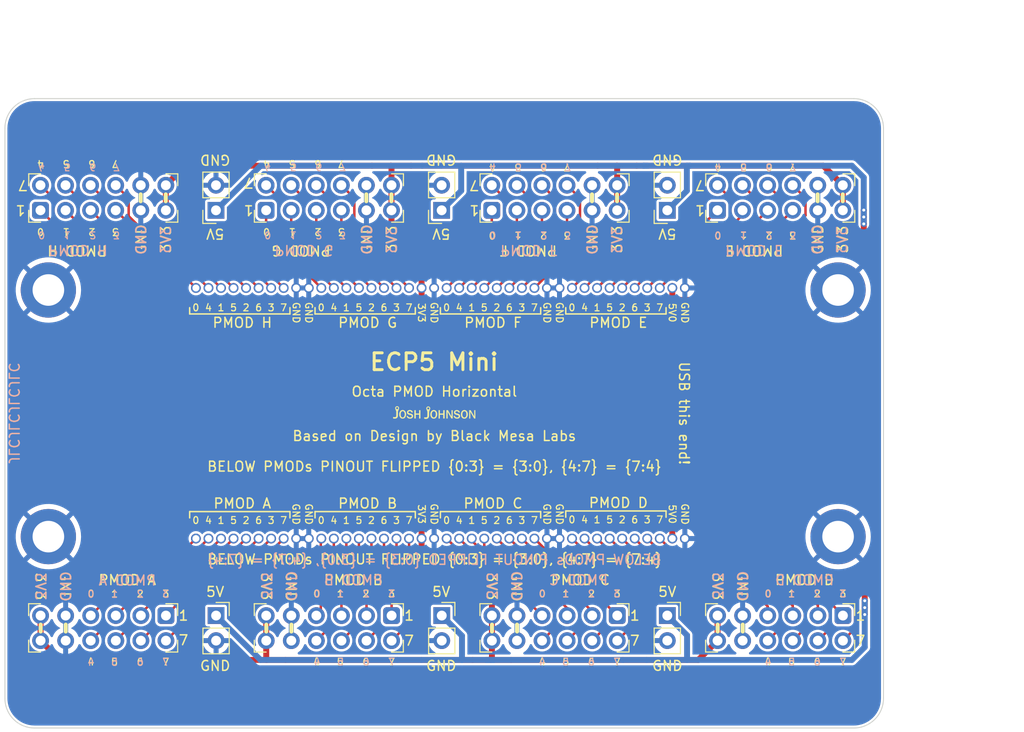
<source format=kicad_pcb>
(kicad_pcb (version 20201002) (generator pcbnew)
  (title_block (title "Quad PMOD") (date "2020-09-20") (rev "0.1") (company "Josh Johnson"))
  (layers (0 "F.Cu" signal) (31 "B.Cu" signal) (34 "B.Paste" user) (35 "F.Paste" user) (36 "B.SilkS" user "B.Silkscreen") (37 "F.SilkS" user "F.Silkscreen") (38 "B.Mask" user) (39 "F.Mask" user) (44 "Edge.Cuts" user))
  (net 0 "")
  (net 1 "/PORT_B0")
  (net 2 "/PORT_B4")
  (net 3 "/PORT_B1")
  (net 4 "/PORT_B5")
  (net 5 "/PORT_B2")
  (net 6 "/PORT_B6")
  (net 7 "/PORT_B3")
  (net 8 "/PORT_B7")
  (net 9 "/PORT_C0")
  (net 10 "/PORT_C4")
  (net 11 "/PORT_C1")
  (net 12 "/PORT_C5")
  (net 13 "/PORT_C2")
  (net 14 "/PORT_C6")
  (net 15 "/PORT_C3")
  (net 16 "/PORT_C7")
  (net 17 "/PORT_D0")
  (net 18 "/PORT_D4")
  (net 19 "/PORT_D1")
  (net 20 "/PORT_D5")
  (net 21 "/PORT_D2")
  (net 22 "/PORT_D6")
  (net 23 "/PORT_D3")
  (net 24 "/PORT_D7")
  (net 25 "/PORT_G0")
  (net 26 "/PORT_G4")
  (net 27 "/PORT_G1")
  (net 28 "/PORT_G5")
  (net 29 "/PORT_G2")
  (net 30 "/PORT_G6")
  (net 31 "/PORT_G3")
  (net 32 "/PORT_G7")
  (net 33 "/PORT_F0")
  (net 34 "/PORT_F4")
  (net 35 "/PORT_F1")
  (net 36 "/PORT_F5")
  (net 37 "/PORT_F2")
  (net 38 "/PORT_F6")
  (net 39 "/PORT_F3")
  (net 40 "/PORT_F7")
  (net 41 "/PORT_E0")
  (net 42 "GND")
  (net 43 "+5V")
  (net 44 "/PORT_E4")
  (net 45 "/PORT_E1")
  (net 46 "/PORT_E5")
  (net 47 "/PORT_E2")
  (net 48 "+3V3")
  (net 49 "/PORT_E6")
  (net 50 "/PORT_E3")
  (net 51 "/PORT_E7")
  (net 52 "/PORT_H7")
  (net 53 "/PORT_H3")
  (net 54 "/PORT_H6")
  (net 55 "/PORT_H2")
  (net 56 "/PORT_H5")
  (net 57 "/PORT_H1")
  (net 58 "/PORT_H4")
  (net 59 "/PORT_H0")
  (net 60 "/PORT_A0")
  (net 61 "/PORT_A4")
  (net 62 "/PORT_A1")
  (net 63 "/PORT_A5")
  (net 64 "/PORT_A2")
  (net 65 "/PORT_A6")
  (net 66 "/PORT_A3")
  (net 67 "/PORT_A7")
  (module "josh-connectors:ECP5-Mini-Edge-40x1.27" (layer "F.Cu") (at 117.348 80.264 90)
    (fp_text reference "J4" hide)
    (fp_text value "S7 Mini")
    (pad "1" thru_hole circle (at 1.27 0 90) (size 1 1) (drill 0.7) (layers *.Cu *.Mask) (net 59 "/PORT_H0") (clearance 0.25))
    (pad "2" thru_hole oval (at 1.27 1.27 90) (size 1 1) (drill 0.7) (layers *.Cu *.Mask) (net 58 "/PORT_H4") (clearance 0.25))
    (pad "3" thru_hole oval (at 1.27 2.54 90) (size 1 1) (drill 0.7) (layers *.Cu *.Mask) (net 57 "/PORT_H1") (clearance 0.25))
    (pad "4" thru_hole oval (at 1.27 3.81 90) (size 1 1) (drill 0.7) (layers *.Cu *.Mask) (net 56 "/PORT_H5") (clearance 0.25))
    (pad "5" thru_hole oval (at 1.27 5.08 90) (size 1 1) (drill 0.7) (layers *.Cu *.Mask) (net 55 "/PORT_H2") (clearance 0.25))
    (pad "6" thru_hole oval (at 1.27 6.35 90) (size 1 1) (drill 0.7) (layers *.Cu *.Mask) (net 54 "/PORT_H6") (clearance 0.25))
    (pad "7" thru_hole oval (at 1.27 7.62 90) (size 1 1) (drill 0.7) (layers *.Cu *.Mask) (net 53 "/PORT_H3") (clearance 0.25))
    (pad "8" thru_hole oval (at 1.27 8.89 90) (size 1 1) (drill 0.7) (layers *.Cu *.Mask) (net 52 "/PORT_H7") (clearance 0.25))
    (pad "9" thru_hole oval (at 1.27 10.16 90) (size 1 1) (drill 0.7) (layers *.Cu *.Mask) (net 42 "GND") (clearance 0.25))
    (pad "10" thru_hole oval (at 1.27 11.43 90) (size 1 1) (drill 0.7) (layers *.Cu *.Mask) (net 42 "GND") (clearance 0.25))
    (pad "11" thru_hole oval (at 1.27 12.7 90) (size 1 1) (drill 0.7) (layers *.Cu *.Mask) (net 25 "/PORT_G0") (clearance 0.25))
    (pad "12" thru_hole oval (at 1.27 13.97 90) (size 1 1) (drill 0.7) (layers *.Cu *.Mask) (net 26 "/PORT_G4") (clearance 0.25))
    (pad "13" thru_hole oval (at 1.27 15.24 90) (size 1 1) (drill 0.7) (layers *.Cu *.Mask) (net 27 "/PORT_G1") (clearance 0.25))
    (pad "14" thru_hole oval (at 1.27 16.51 90) (size 1 1) (drill 0.7) (layers *.Cu *.Mask) (net 28 "/PORT_G5") (clearance 0.25))
    (pad "15" thru_hole oval (at 1.27 17.78 90) (size 1 1) (drill 0.7) (layers *.Cu *.Mask) (net 29 "/PORT_G2") (clearance 0.25))
    (pad "16" thru_hole oval (at 1.27 19.05 90) (size 1 1) (drill 0.7) (layers *.Cu *.Mask) (net 30 "/PORT_G6") (clearance 0.25))
    (pad "17" thru_hole oval (at 1.27 20.32 90) (size 1 1) (drill 0.7) (layers *.Cu *.Mask) (net 31 "/PORT_G3") (clearance 0.25))
    (pad "18" thru_hole oval (at 1.27 21.59 90) (size 1 1) (drill 0.7) (layers *.Cu *.Mask) (net 32 "/PORT_G7"))
    (pad "19" thru_hole oval (at 1.27 22.86 90) (size 1 1) (drill 0.7) (layers *.Cu *.Mask) (net 48 "+3V3"))
    (pad "20" thru_hole oval (at 1.27 24.13 90) (size 1 1) (drill 0.7) (layers *.Cu *.Mask) (net 42 "GND"))
    (pad "21" thru_hole oval (at 1.27 25.4 90) (size 1 1) (drill 0.7) (layers *.Cu *.Mask) (net 33 "/PORT_F0") (clearance 0.25))
    (pad "22" thru_hole oval (at 1.27 26.67 90) (size 1 1) (drill 0.7) (layers *.Cu *.Mask) (net 34 "/PORT_F4") (clearance 0.25))
    (pad "23" thru_hole oval (at 1.27 27.94 90) (size 1 1) (drill 0.7) (layers *.Cu *.Mask) (net 35 "/PORT_F1") (clearance 0.25))
    (pad "24" thru_hole oval (at 1.27 29.21 90) (size 1 1) (drill 0.7) (layers *.Cu *.Mask) (net 36 "/PORT_F5") (clearance 0.25))
    (pad "25" thru_hole oval (at 1.27 30.48 90) (size 1 1) (drill 0.7) (layers *.Cu *.Mask) (net 37 "/PORT_F2"))
    (pad "26" thru_hole oval (at 1.27 31.75 90) (size 1 1) (drill 0.7) (layers *.Cu *.Mask) (net 38 "/PORT_F6"))
    (pad "27" thru_hole oval (at 1.27 33.02 90) (size 1 1) (drill 0.7) (layers *.Cu *.Mask) (net 39 "/PORT_F3") (clearance 0.25))
    (pad "28" thru_hole oval (at 1.27 34.29 90) (size 1 1) (drill 0.7) (layers *.Cu *.Mask) (net 40 "/PORT_F7"))
    (pad "29" thru_hole oval (at 1.27 35.56 90) (size 1 1) (drill 0.7) (layers *.Cu *.Mask) (net 42 "GND") (clearance 0.25))
    (pad "30" thru_hole oval (at 1.27 36.83 90) (size 1 1) (drill 0.7) (layers *.Cu *.Mask) (net 42 "GND") (clearance 0.25))
    (pad "31" thru_hole oval (at 1.27 38.1 90) (size 1 1) (drill 0.7) (layers *.Cu *.Mask) (net 41 "/PORT_E0"))
    (pad "32" thru_hole oval (at 1.27 39.37 90) (size 1 1) (drill 0.7) (layers *.Cu *.Mask) (net 44 "/PORT_E4") (clearance 0.25))
    (pad "33" thru_hole oval (at 1.27 40.64 90) (size 1 1) (drill 0.7) (layers *.Cu *.Mask) (net 45 "/PORT_E1") (clearance 0.25))
    (pad "34" thru_hole oval (at 1.27 41.91 90) (size 1 1) (drill 0.7) (layers *.Cu *.Mask) (net 46 "/PORT_E5") (clearance 0.25))
    (pad "35" thru_hole oval (at 1.27 43.18 90) (size 1 1) (drill 0.7) (layers *.Cu *.Mask) (net 47 "/PORT_E2") (clearance 0.25))
    (pad "36" thru_hole oval (at 1.27 44.45 90) (size 1 1) (drill 0.7) (layers *.Cu *.Mask) (net 49 "/PORT_E6"))
    (pad "37" thru_hole oval (at 1.27 45.72 90) (size 1 1) (drill 0.7) (layers *.Cu *.Mask) (net 50 "/PORT_E3") (clearance 0.25))
    (pad "38" thru_hole oval (at 1.27 46.99 90) (size 1 1) (drill 0.7) (layers *.Cu *.Mask) (net 51 "/PORT_E7"))
    (pad "39" thru_hole oval (at 1.27 48.26 90) (size 1 1) (drill 0.7) (layers *.Cu *.Mask) (net 43 "+5V"))
    (pad "40" thru_hole oval (at 1.27 49.53 90) (size 1 1) (drill 0.7) (layers *.Cu *.Mask) (net 42 "GND"))
  )
  (module "MountingHole:MountingHole_3.2mm_M3_DIN965_Pad" (layer "F.Cu") (at 182.4 104.2)
    (fp_text reference "M3" hide)
    (fp_text value "M3")
    (pad "1" thru_hole circle (at 0 0) (size 5.6 5.6) (drill 3.2) (layers *.Cu *.Mask) (net 42 "GND"))
  )
  (module "josh-connectors:PMOD_HOST" (layer "F.Cu") (at 182.88 112.2 -90)
    (fp_text reference "J9" hide)
    (fp_text value "PMOD")
    (fp_text user "1" (at 0.0064 -1.78844 unlocked) (layer "F.SilkS"))
    (fp_text user "7" (at 2.5464 -1.78844 unlocked) (layer "F.SilkS"))
    (fp_text user "GND" (at -2.95 10.2 -90 unlocked) (layer "F.SilkS"))
    (fp_text user "3V3" (at -2.95 12.7 -90 unlocked) (layer "F.SilkS"))
    (pad "1" thru_hole roundrect (at 0.0032 -0.01044 90) (size 1.7 1.7) (drill 1) (layers *.Cu *.Mask) (roundrect_rratio 0.2) (net 23 "/PORT_D3"))
    (pad "2" thru_hole oval (at 0.0032 2.52956 90) (size 1.7 1.7) (drill 1) (layers *.Cu *.Mask) (net 21 "/PORT_D2"))
    (pad "3" thru_hole oval (at 0.0032 5.06956 90) (size 1.7 1.7) (drill 1) (layers *.Cu *.Mask) (net 19 "/PORT_D1"))
    (pad "4" thru_hole oval (at 0.0032 7.60956 90) (size 1.7 1.7) (drill 1) (layers *.Cu *.Mask) (net 17 "/PORT_D0"))
    (pad "5" thru_hole oval (at 0.0032 10.14956 90) (size 1.7 1.7) (drill 1) (layers *.Cu *.Mask) (net 42 "GND"))
    (pad "6" thru_hole oval (at 0.0032 12.68956 90) (size 1.7 1.7) (drill 1) (layers *.Cu *.Mask) (net 48 "+3V3"))
    (pad "7" thru_hole oval (at 2.5432 -0.01044 90) (size 1.7 1.7) (drill 1) (layers *.Cu *.Mask) (net 24 "/PORT_D7"))
    (pad "8" thru_hole oval (at 2.5432 2.52956 90) (size 1.7 1.7) (drill 1) (layers *.Cu *.Mask) (net 22 "/PORT_D6"))
    (pad "9" thru_hole oval (at 2.5432 5.06956 90) (size 1.7 1.7) (drill 1) (layers *.Cu *.Mask) (net 20 "/PORT_D5"))
    (pad "10" thru_hole oval (at 2.5432 7.60956 90) (size 1.7 1.7) (drill 1) (layers *.Cu *.Mask) (net 18 "/PORT_D4"))
    (pad "11" thru_hole oval (at 2.5432 10.14956 90) (size 1.7 1.7) (drill 1) (layers *.Cu *.Mask) (net 42 "GND"))
    (pad "12" thru_hole oval (at 2.5432 12.68956 90) (size 1.7 1.7) (drill 1) (layers *.Cu *.Mask) (net 48 "+3V3"))
  )
  (module "Connector_PinSocket_2.54mm:PinSocket_1x02_P2.54mm_Vertical" (layer "F.Cu") (at 142.24 71.12 180)
    (fp_text reference "J13" hide)
    (fp_text value "PWR")
    (pad "1" thru_hole rect (at 0 0 180) (size 1.7 1.7) (drill 1) (layers *.Cu *.Mask) (net 43 "+5V"))
    (pad "2" thru_hole oval (at 0 2.54 180) (size 1.7 1.7) (drill 1) (layers *.Cu *.Mask) (net 42 "GND"))
  )
  (module "MountingHole:MountingHole_3.2mm_M3_DIN965_Pad" (layer "F.Cu") (at 102.4 79.2)
    (fp_text reference "M2" hide)
    (fp_text value "M3")
    (pad "1" thru_hole circle (at 0 0) (size 5.6 5.6) (drill 3.2) (layers *.Cu *.Mask) (net 42 "GND"))
  )
  (module "MountingHole:MountingHole_3.2mm_M3_DIN965_Pad" (layer "F.Cu") (at 102.4 104.2)
    (fp_text reference "M1" hide)
    (fp_text value "M3")
    (pad "1" thru_hole circle (at 0 0) (size 5.6 5.6) (drill 3.2) (layers *.Cu *.Mask) (net 42 "GND"))
  )
  (module "Connector_PinSocket_2.54mm:PinSocket_1x02_P2.54mm_Vertical" (layer "F.Cu") (at 142.25044 112.2032)
    (fp_text reference "J11" hide)
    (fp_text value "PWR")
    (pad "1" thru_hole rect (at 0 0) (size 1.7 1.7) (drill 1) (layers *.Cu *.Mask) (net 43 "+5V"))
    (pad "2" thru_hole oval (at 0 2.54) (size 1.7 1.7) (drill 1) (layers *.Cu *.Mask) (net 42 "GND"))
  )
  (module "josh-connectors:PMOD_HOST" (layer "F.Cu") (at 124.47044 71.1232 90)
    (fp_text reference "J7" hide)
    (fp_text value "PMOD")
    (fp_text user "7" (at 2.7972 -1.78844 180 unlocked) (layer "F.SilkS"))
    (fp_text user "3V3" (at -2.95 12.7 90 unlocked) (layer "F.SilkS"))
    (fp_text user "1" (at 0.0032 -1.78844 180 unlocked) (layer "F.SilkS"))
    (fp_text user "GND" (at -2.95 10.2 90 unlocked) (layer "F.SilkS"))
    (pad "1" thru_hole roundrect (at 0.0032 -0.01044 270) (size 1.7 1.7) (drill 1) (layers *.Cu *.Mask) (roundrect_rratio 0.2) (net 25 "/PORT_G0"))
    (pad "2" thru_hole oval (at 0.0032 2.52956 270) (size 1.7 1.7) (drill 1) (layers *.Cu *.Mask) (net 27 "/PORT_G1"))
    (pad "3" thru_hole oval (at 0.0032 5.06956 270) (size 1.7 1.7) (drill 1) (layers *.Cu *.Mask) (net 29 "/PORT_G2"))
    (pad "4" thru_hole oval (at 0.0032 7.60956 270) (size 1.7 1.7) (drill 1) (layers *.Cu *.Mask) (net 31 "/PORT_G3"))
    (pad "5" thru_hole oval (at 0.0032 10.14956 270) (size 1.7 1.7) (drill 1) (layers *.Cu *.Mask) (net 42 "GND"))
    (pad "6" thru_hole oval (at 0.0032 12.68956 270) (size 1.7 1.7) (drill 1) (layers *.Cu *.Mask) (net 48 "+3V3"))
    (pad "7" thru_hole oval (at 2.5432 -0.01044 270) (size 1.7 1.7) (drill 1) (layers *.Cu *.Mask) (net 26 "/PORT_G4"))
    (pad "8" thru_hole oval (at 2.5432 2.52956 270) (size 1.7 1.7) (drill 1) (layers *.Cu *.Mask) (net 28 "/PORT_G5"))
    (pad "9" thru_hole oval (at 2.5432 5.06956 270) (size 1.7 1.7) (drill 1) (layers *.Cu *.Mask) (net 30 "/PORT_G6"))
    (pad "10" thru_hole oval (at 2.5432 7.60956 270) (size 1.7 1.7) (drill 1) (layers *.Cu *.Mask) (net 32 "/PORT_G7"))
    (pad "11" thru_hole oval (at 2.5432 10.14956 270) (size 1.7 1.7) (drill 1) (layers *.Cu *.Mask) (net 42 "GND"))
    (pad "12" thru_hole oval (at 2.5432 12.68956 270) (size 1.7 1.7) (drill 1) (layers *.Cu *.Mask) (net 48 "+3V3"))
  )
  (module "josh-connectors:PMOD_HOST" (layer "F.Cu") (at 170.19044 71.1232 90)
    (fp_text reference "J15" hide)
    (fp_text value "PMOD")
    (fp_text user "3V3" (at -2.95 12.7 90 unlocked) (layer "F.SilkS"))
    (fp_text user "7" (at 2.5432 -1.78844 180 unlocked) (layer "F.SilkS"))
    (fp_text user "1" (at 0.0032 -1.78844 180 unlocked) (layer "F.SilkS"))
    (fp_text user "GND" (at -2.95 10.2 90 unlocked) (layer "F.SilkS"))
    (pad "1" thru_hole roundrect (at 0.0032 -0.01044 270) (size 1.7 1.7) (drill 1) (layers *.Cu *.Mask) (roundrect_rratio 0.2) (net 41 "/PORT_E0"))
    (pad "2" thru_hole oval (at 0.0032 2.52956 270) (size 1.7 1.7) (drill 1) (layers *.Cu *.Mask) (net 45 "/PORT_E1"))
    (pad "3" thru_hole oval (at 0.0032 5.06956 270) (size 1.7 1.7) (drill 1) (layers *.Cu *.Mask) (net 47 "/PORT_E2"))
    (pad "4" thru_hole oval (at 0.0032 7.60956 270) (size 1.7 1.7) (drill 1) (layers *.Cu *.Mask) (net 50 "/PORT_E3"))
    (pad "5" thru_hole oval (at 0.0032 10.14956 270) (size 1.7 1.7) (drill 1) (layers *.Cu *.Mask) (net 42 "GND"))
    (pad "6" thru_hole oval (at 0.0032 12.68956 270) (size 1.7 1.7) (drill 1) (layers *.Cu *.Mask) (net 48 "+3V3"))
    (pad "7" thru_hole oval (at 2.5432 -0.01044 270) (size 1.7 1.7) (drill 1) (layers *.Cu *.Mask) (net 44 "/PORT_E4"))
    (pad "8" thru_hole oval (at 2.5432 2.52956 270) (size 1.7 1.7) (drill 1) (layers *.Cu *.Mask) (net 46 "/PORT_E5"))
    (pad "9" thru_hole oval (at 2.5432 5.06956 270) (size 1.7 1.7) (drill 1) (layers *.Cu *.Mask) (net 49 "/PORT_E6"))
    (pad "10" thru_hole oval (at 2.5432 7.60956 270) (size 1.7 1.7) (drill 1) (layers *.Cu *.Mask) (net 51 "/PORT_E7"))
    (pad "11" thru_hole oval (at 2.5432 10.14956 270) (size 1.7 1.7) (drill 1) (layers *.Cu *.Mask) (net 42 "GND"))
    (pad "12" thru_hole oval (at 2.5432 12.68956 270) (size 1.7 1.7) (drill 1) (layers *.Cu *.Mask) (net 48 "+3V3"))
  )
  (module "Connector_PinSocket_2.54mm:PinSocket_1x02_P2.54mm_Vertical" (layer "F.Cu") (at 165.1 112.2)
    (fp_text reference "J12" hide)
    (fp_text value "PWR")
    (pad "1" thru_hole rect (at 0 0) (size 1.7 1.7) (drill 1) (layers *.Cu *.Mask) (net 43 "+5V"))
    (pad "2" thru_hole oval (at 0 2.54) (size 1.7 1.7) (drill 1) (layers *.Cu *.Mask) (net 42 "GND"))
  )
  (module "Connector_PinSocket_2.54mm:PinSocket_1x02_P2.54mm_Vertical" (layer "F.Cu") (at 119.39044 112.2032)
    (fp_text reference "J6" hide)
    (fp_text value "PWR")
    (pad "1" thru_hole rect (at 0 0) (size 1.7 1.7) (drill 1) (layers *.Cu *.Mask) (net 43 "+5V"))
    (pad "2" thru_hole oval (at 0 2.54) (size 1.7 1.7) (drill 1) (layers *.Cu *.Mask) (net 42 "GND"))
  )
  (module "josh-connectors:PMOD_HOST" (layer "F.Cu") (at 160.02 112.2 -90)
    (fp_text reference "J2" hide)
    (fp_text value "PMOD")
    (fp_text user "3V3" (at -2.95 12.7 -90 unlocked) (layer "F.SilkS"))
    (fp_text user "7" (at 2.5464 -1.78844 unlocked) (layer "F.SilkS"))
    (fp_text user "1" (at 0.0064 -1.78844 unlocked) (layer "F.SilkS"))
    (fp_text user "GND" (at -2.95 10.2 -90 unlocked) (layer "F.SilkS"))
    (pad "1" thru_hole roundrect (at 0.0032 -0.01044 90) (size 1.7 1.7) (drill 1) (layers *.Cu *.Mask) (roundrect_rratio 0.2) (net 15 "/PORT_C3"))
    (pad "2" thru_hole oval (at 0.0032 2.52956 90) (size 1.7 1.7) (drill 1) (layers *.Cu *.Mask) (net 13 "/PORT_C2"))
    (pad "3" thru_hole oval (at 0.0032 5.06956 90) (size 1.7 1.7) (drill 1) (layers *.Cu *.Mask) (net 11 "/PORT_C1"))
    (pad "4" thru_hole oval (at 0.0032 7.60956 90) (size 1.7 1.7) (drill 1) (layers *.Cu *.Mask) (net 9 "/PORT_C0"))
    (pad "5" thru_hole oval (at 0.0032 10.14956 90) (size 1.7 1.7) (drill 1) (layers *.Cu *.Mask) (net 42 "GND"))
    (pad "6" thru_hole oval (at 0.0032 12.68956 90) (size 1.7 1.7) (drill 1) (layers *.Cu *.Mask) (net 48 "+3V3"))
    (pad "7" thru_hole oval (at 2.5432 -0.01044 90) (size 1.7 1.7) (drill 1) (layers *.Cu *.Mask) (net 16 "/PORT_C7"))
    (pad "8" thru_hole oval (at 2.5432 2.52956 90) (size 1.7 1.7) (drill 1) (layers *.Cu *.Mask) (net 14 "/PORT_C6"))
    (pad "9" thru_hole oval (at 2.5432 5.06956 90) (size 1.7 1.7) (drill 1) (layers *.Cu *.Mask) (net 12 "/PORT_C5"))
    (pad "10" thru_hole oval (at 2.5432 7.60956 90) (size 1.7 1.7) (drill 1) (layers *.Cu *.Mask) (net 10 "/PORT_C4"))
    (pad "11" thru_hole oval (at 2.5432 10.14956 90) (size 1.7 1.7) (drill 1) (layers *.Cu *.Mask) (net 42 "GND"))
    (pad "12" thru_hole oval (at 2.5432 12.68956 90) (size 1.7 1.7) (drill 1) (layers *.Cu *.Mask) (net 48 "+3V3"))
  )
  (module "josh-connectors:PMOD_HOST" (layer "F.Cu") (at 147.33044 71.1232 90)
    (fp_text reference "J8" hide)
    (fp_text value "PMOD")
    (fp_text user "1" (at 0.0032 -1.78844 180 unlocked) (layer "F.SilkS"))
    (fp_text user "7" (at 2.5432 -1.78844 180 unlocked) (layer "F.SilkS"))
    (fp_text user "3V3" (at -2.95 12.7 90 unlocked) (layer "F.SilkS"))
    (fp_text user "GND" (at -2.95 10.2 90 unlocked) (layer "F.SilkS"))
    (pad "1" thru_hole roundrect (at 0.0032 -0.01044 270) (size 1.7 1.7) (drill 1) (layers *.Cu *.Mask) (roundrect_rratio 0.2) (net 33 "/PORT_F0"))
    (pad "2" thru_hole oval (at 0.0032 2.52956 270) (size 1.7 1.7) (drill 1) (layers *.Cu *.Mask) (net 35 "/PORT_F1"))
    (pad "3" thru_hole oval (at 0.0032 5.06956 270) (size 1.7 1.7) (drill 1) (layers *.Cu *.Mask) (net 37 "/PORT_F2"))
    (pad "4" thru_hole oval (at 0.0032 7.60956 270) (size 1.7 1.7) (drill 1) (layers *.Cu *.Mask) (net 39 "/PORT_F3"))
    (pad "5" thru_hole oval (at 0.0032 10.14956 270) (size 1.7 1.7) (drill 1) (layers *.Cu *.Mask) (net 42 "GND"))
    (pad "6" thru_hole oval (at 0.0032 12.68956 270) (size 1.7 1.7) (drill 1) (layers *.Cu *.Mask) (net 48 "+3V3"))
    (pad "7" thru_hole oval (at 2.5432 -0.01044 270) (size 1.7 1.7) (drill 1) (layers *.Cu *.Mask) (net 34 "/PORT_F4"))
    (pad "8" thru_hole oval (at 2.5432 2.52956 270) (size 1.7 1.7) (drill 1) (layers *.Cu *.Mask) (net 36 "/PORT_F5"))
    (pad "9" thru_hole oval (at 2.5432 5.06956 270) (size 1.7 1.7) (drill 1) (layers *.Cu *.Mask) (net 38 "/PORT_F6"))
    (pad "10" thru_hole oval (at 2.5432 7.60956 270) (size 1.7 1.7) (drill 1) (layers *.Cu *.Mask) (net 40 "/PORT_F7"))
    (pad "11" thru_hole oval (at 2.5432 10.14956 270) (size 1.7 1.7) (drill 1) (layers *.Cu *.Mask) (net 42 "GND"))
    (pad "12" thru_hole oval (at 2.5432 12.68956 270) (size 1.7 1.7) (drill 1) (layers *.Cu *.Mask) (net 48 "+3V3"))
  )
  (module "josh-logos:josh-johnson-logo-8_6x1_5" (layer "F.Cu") (at 141.5 91.6)
    (fp_text reference "LOGO1" hide)
    (fp_text value "Josh-Logo" hide)
  )
  (module "josh-connectors:PMOD_HOST" (layer "F.Cu") (at 137.16 112.2032 -90)
    (fp_text reference "J1" hide)
    (fp_text value "PMOD")
    (fp_text user "3V3" (at -2.95 12.7 -90 unlocked) (layer "F.SilkS"))
    (fp_text user "GND" (at -2.95 10.2 -90 unlocked) (layer "F.SilkS"))
    (fp_text user "1" (at 0.0032 -1.78844 unlocked) (layer "F.SilkS"))
    (fp_text user "7" (at 2.5432 -1.78844 unlocked) (layer "F.SilkS"))
    (pad "1" thru_hole roundrect (at 0.0032 -0.01044 90) (size 1.7 1.7) (drill 1) (layers *.Cu *.Mask) (roundrect_rratio 0.2) (net 7 "/PORT_B3"))
    (pad "2" thru_hole oval (at 0.0032 2.52956 90) (size 1.7 1.7) (drill 1) (layers *.Cu *.Mask) (net 5 "/PORT_B2"))
    (pad "3" thru_hole oval (at 0.0032 5.06956 90) (size 1.7 1.7) (drill 1) (layers *.Cu *.Mask) (net 3 "/PORT_B1"))
    (pad "4" thru_hole oval (at 0.0032 7.60956 90) (size 1.7 1.7) (drill 1) (layers *.Cu *.Mask) (net 1 "/PORT_B0"))
    (pad "5" thru_hole oval (at 0.0032 10.14956 90) (size 1.7 1.7) (drill 1) (layers *.Cu *.Mask) (net 42 "GND"))
    (pad "6" thru_hole oval (at 0.0032 12.68956 90) (size 1.7 1.7) (drill 1) (layers *.Cu *.Mask) (net 48 "+3V3"))
    (pad "7" thru_hole oval (at 2.5432 -0.01044 90) (size 1.7 1.7) (drill 1) (layers *.Cu *.Mask) (net 8 "/PORT_B7"))
    (pad "8" thru_hole oval (at 2.5432 2.52956 90) (size 1.7 1.7) (drill 1) (layers *.Cu *.Mask) (net 6 "/PORT_B6"))
    (pad "9" thru_hole oval (at 2.5432 5.06956 90) (size 1.7 1.7) (drill 1) (layers *.Cu *.Mask) (net 4 "/PORT_B5"))
    (pad "10" thru_hole oval (at 2.5432 7.60956 90) (size 1.7 1.7) (drill 1) (layers *.Cu *.Mask) (net 2 "/PORT_B4"))
    (pad "11" thru_hole oval (at 2.5432 10.14956 90) (size 1.7 1.7) (drill 1) (layers *.Cu *.Mask) (net 42 "GND"))
    (pad "12" thru_hole oval (at 2.5432 12.68956 90) (size 1.7 1.7) (drill 1) (layers *.Cu *.Mask) (net 48 "+3V3"))
  )
  (module "josh-connectors:PMOD_HOST" (layer "F.Cu") (at 114.3 112.2 -90)
    (fp_text reference "J10" hide)
    (fp_text value "PMOD")
    (fp_text user "GND" (at -2.95 10.2 -90 unlocked) (layer "B.SilkS") (effects (justify mirror)))
    (fp_text user "3V3" (at -2.95 12.7 -90 unlocked) (layer "B.SilkS") (effects (justify mirror)))
    (fp_text user "1" (at 0.0064 -1.78844 unlocked) (layer "F.SilkS"))
    (fp_text user "7" (at 2.5 -1.78844 unlocked) (layer "F.SilkS"))
    (fp_text user "GND" (at -2.95 10.2 -90 unlocked) (layer "F.SilkS"))
    (fp_text user "3V3" (at -2.95 12.7 -90 unlocked) (layer "F.SilkS"))
    (pad "1" thru_hole roundrect (at 0.0032 -0.01044 90) (size 1.7 1.7) (drill 1) (layers *.Cu *.Mask) (roundrect_rratio 0.2) (net 66 "/PORT_A3"))
    (pad "2" thru_hole oval (at 0.0032 2.52956 90) (size 1.7 1.7) (drill 1) (layers *.Cu *.Mask) (net 64 "/PORT_A2"))
    (pad "3" thru_hole oval (at 0.0032 5.06956 90) (size 1.7 1.7) (drill 1) (layers *.Cu *.Mask) (net 62 "/PORT_A1"))
    (pad "4" thru_hole oval (at 0.0032 7.60956 90) (size 1.7 1.7) (drill 1) (layers *.Cu *.Mask) (net 60 "/PORT_A0"))
    (pad "5" thru_hole oval (at 0.0032 10.14956 90) (size 1.7 1.7) (drill 1) (layers *.Cu *.Mask) (net 42 "GND"))
    (pad "6" thru_hole oval (at 0.0032 12.68956 90) (size 1.7 1.7) (drill 1) (layers *.Cu *.Mask) (net 48 "+3V3"))
    (pad "7" thru_hole oval (at 2.5432 -0.01044 90) (size 1.7 1.7) (drill 1) (layers *.Cu *.Mask) (net 67 "/PORT_A7"))
    (pad "8" thru_hole oval (at 2.5432 2.52956 90) (size 1.7 1.7) (drill 1) (layers *.Cu *.Mask) (net 65 "/PORT_A6"))
    (pad "9" thru_hole oval (at 2.5432 5.06956 90) (size 1.7 1.7) (drill 1) (layers *.Cu *.Mask) (net 63 "/PORT_A5"))
    (pad "10" thru_hole oval (at 2.5432 7.60956 90) (size 1.7 1.7) (drill 1) (layers *.Cu *.Mask) (net 61 "/PORT_A4"))
    (pad "11" thru_hole oval (at 2.5432 10.14956 90) (size 1.7 1.7) (drill 1) (layers *.Cu *.Mask) (net 42 "GND"))
    (pad "12" thru_hole oval (at 2.5432 12.68956 90) (size 1.7 1.7) (drill 1) (layers *.Cu *.Mask) (net 48 "+3V3"))
  )
  (module "MountingHole:MountingHole_3.2mm_M3_DIN965_Pad" (layer "F.Cu") (at 182.4 79.2)
    (fp_text reference "M4" hide)
    (fp_text value "M3")
    (pad "1" thru_hole circle (at 0 0) (size 5.6 5.6) (drill 3.2) (layers *.Cu *.Mask) (net 42 "GND"))
  )
  (module "josh-connectors:PMOD_HOST" (layer "F.Cu") (at 101.61044 71.1232 90)
    (fp_text reference "J16" hide)
    (fp_text value "PMOD")
    (fp_text user "1" (at 0.0032 -2.04244 180 unlocked) (layer "F.SilkS"))
    (fp_text user "7" (at 2.5432 -1.78844 180 unlocked) (layer "F.SilkS"))
    (fp_text user "GND" (at -2.95 10.2 90 unlocked) (layer "F.SilkS"))
    (fp_text user "3V3" (at -2.95 12.7 90 unlocked) (layer "F.SilkS"))
    (pad "1" thru_hole roundrect (at 0.0032 -0.01044 270) (size 1.7 1.7) (drill 1) (layers *.Cu *.Mask) (roundrect_rratio 0.2) (net 59 "/PORT_H0"))
    (pad "2" thru_hole oval (at 0.0032 2.52956 270) (size 1.7 1.7) (drill 1) (layers *.Cu *.Mask) (net 57 "/PORT_H1"))
    (pad "3" thru_hole oval (at 0.0032 5.06956 270) (size 1.7 1.7) (drill 1) (layers *.Cu *.Mask) (net 55 "/PORT_H2"))
    (pad "4" thru_hole oval (at 0.0032 7.60956 270) (size 1.7 1.7) (drill 1) (layers *.Cu *.Mask) (net 53 "/PORT_H3"))
    (pad "5" thru_hole oval (at 0.0032 10.14956 270) (size 1.7 1.7) (drill 1) (layers *.Cu *.Mask) (net 42 "GND"))
    (pad "6" thru_hole oval (at 0.0032 12.68956 270) (size 1.7 1.7) (drill 1) (layers *.Cu *.Mask) (net 48 "+3V3"))
    (pad "7" thru_hole oval (at 2.5432 -0.01044 270) (size 1.7 1.7) (drill 1) (layers *.Cu *.Mask) (net 58 "/PORT_H4"))
    (pad "8" thru_hole oval (at 2.5432 2.52956 270) (size 1.7 1.7) (drill 1) (layers *.Cu *.Mask) (net 56 "/PORT_H5"))
    (pad "9" thru_hole oval (at 2.5432 5.06956 270) (size 1.7 1.7) (drill 1) (layers *.Cu *.Mask) (net 54 "/PORT_H6"))
    (pad "10" thru_hole oval (at 2.5432 7.60956 270) (size 1.7 1.7) (drill 1) (layers *.Cu *.Mask) (net 52 "/PORT_H7"))
    (pad "11" thru_hole oval (at 2.5432 10.14956 270) (size 1.7 1.7) (drill 1) (layers *.Cu *.Mask) (net 42 "GND"))
    (pad "12" thru_hole oval (at 2.5432 12.68956 270) (size 1.7 1.7) (drill 1) (layers *.Cu *.Mask) (net 48 "+3V3"))
  )
  (module "Connector_PinSocket_2.54mm:PinSocket_1x02_P2.54mm_Vertical" (layer "F.Cu") (at 165.1 71.12 180)
    (fp_text reference "J14" hide)
    (fp_text value "PWR")
    (pad "1" thru_hole rect (at 0 0 180) (size 1.7 1.7) (drill 1) (layers *.Cu *.Mask) (net 43 "+5V"))
    (pad "2" thru_hole oval (at 0 2.54 180) (size 1.7 1.7) (drill 1) (layers *.Cu *.Mask) (net 42 "GND"))
  )
  (module "Connector_PinSocket_2.54mm:PinSocket_1x02_P2.54mm_Vertical" (layer "F.Cu") (at 119.38 71.12 180)
    (fp_text reference "J5" hide)
    (fp_text value "PWR")
    (pad "1" thru_hole rect (at 0 0 180) (size 1.7 1.7) (drill 1) (layers *.Cu *.Mask) (net 43 "+5V"))
    (pad "2" thru_hole oval (at 0 2.54 180) (size 1.7 1.7) (drill 1) (layers *.Cu *.Mask) (net 42 "GND"))
  )
  (module "josh-connectors:ECP5-Mini-Edge-40x1.27" (layer "B.Cu") (at 117.348 103.124 -90)
    (fp_text reference "J3" hide)
    (fp_text value "S7 Mini")
    (pad "1" thru_hole circle (at 1.27 0 270) (size 1 1) (drill 0.7) (layers *.Cu *.Mask) (net 60 "/PORT_A0") (clearance 0.25))
    (pad "2" thru_hole oval (at 1.27 -1.27 270) (size 1 1) (drill 0.7) (layers *.Cu *.Mask) (net 61 "/PORT_A4") (clearance 0.25))
    (pad "3" thru_hole oval (at 1.27 -2.54 270) (size 1 1) (drill 0.7) (layers *.Cu *.Mask) (net 62 "/PORT_A1") (clearance 0.25))
    (pad "4" thru_hole oval (at 1.27 -3.81 270) (size 1 1) (drill 0.7) (layers *.Cu *.Mask) (net 63 "/PORT_A5") (clearance 0.25))
    (pad "5" thru_hole oval (at 1.27 -5.08 270) (size 1 1) (drill 0.7) (layers *.Cu *.Mask) (net 64 "/PORT_A2") (clearance 0.25))
    (pad "6" thru_hole oval (at 1.27 -6.35 270) (size 1 1) (drill 0.7) (layers *.Cu *.Mask) (net 65 "/PORT_A6") (clearance 0.25))
    (pad "7" thru_hole oval (at 1.27 -7.62 270) (size 1 1) (drill 0.7) (layers *.Cu *.Mask) (net 66 "/PORT_A3") (clearance 0.25))
    (pad "8" thru_hole oval (at 1.27 -8.89 270) (size 1 1) (drill 0.7) (layers *.Cu *.Mask) (net 67 "/PORT_A7") (clearance 0.25))
    (pad "9" thru_hole oval (at 1.27 -10.16 270) (size 1 1) (drill 0.7) (layers *.Cu *.Mask) (net 42 "GND") (clearance 0.25))
    (pad "10" thru_hole oval (at 1.27 -11.43 270) (size 1 1) (drill 0.7) (layers *.Cu *.Mask) (net 42 "GND") (clearance 0.25))
    (pad "11" thru_hole oval (at 1.27 -12.7 270) (size 1 1) (drill 0.7) (layers *.Cu *.Mask) (net 1 "/PORT_B0") (clearance 0.25))
    (pad "12" thru_hole oval (at 1.27 -13.97 270) (size 1 1) (drill 0.7) (layers *.Cu *.Mask) (net 2 "/PORT_B4") (clearance 0.25))
    (pad "13" thru_hole oval (at 1.27 -15.24 270) (size 1 1) (drill 0.7) (layers *.Cu *.Mask) (net 3 "/PORT_B1") (clearance 0.25))
    (pad "14" thru_hole oval (at 1.27 -16.51 270) (size 1 1) (drill 0.7) (layers *.Cu *.Mask) (net 4 "/PORT_B5") (clearance 0.25))
    (pad "15" thru_hole oval (at 1.27 -17.78 270) (size 1 1) (drill 0.7) (layers *.Cu *.Mask) (net 5 "/PORT_B2") (clearance 0.25))
    (pad "16" thru_hole oval (at 1.27 -19.05 270) (size 1 1) (drill 0.7) (layers *.Cu *.Mask) (net 6 "/PORT_B6") (clearance 0.25))
    (pad "17" thru_hole oval (at 1.27 -20.32 270) (size 1 1) (drill 0.7) (layers *.Cu *.Mask) (net 7 "/PORT_B3") (clearance 0.25))
    (pad "18" thru_hole oval (at 1.27 -21.59 270) (size 1 1) (drill 0.7) (layers *.Cu *.Mask) (net 8 "/PORT_B7"))
    (pad "19" thru_hole oval (at 1.27 -22.86 270) (size 1 1) (drill 0.7) (layers *.Cu *.Mask) (net 48 "+3V3"))
    (pad "20" thru_hole oval (at 1.27 -24.13 270) (size 1 1) (drill 0.7) (layers *.Cu *.Mask) (net 42 "GND"))
    (pad "21" thru_hole oval (at 1.27 -25.4 270) (size 1 1) (drill 0.7) (layers *.Cu *.Mask) (net 9 "/PORT_C0") (clearance 0.25))
    (pad "22" thru_hole oval (at 1.27 -26.67 270) (size 1 1) (drill 0.7) (layers *.Cu *.Mask) (net 10 "/PORT_C4") (clearance 0.25))
    (pad "23" thru_hole oval (at 1.27 -27.94 270) (size 1 1) (drill 0.7) (layers *.Cu *.Mask) (net 11 "/PORT_C1") (clearance 0.25))
    (pad "24" thru_hole oval (at 1.27 -29.21 270) (size 1 1) (drill 0.7) (layers *.Cu *.Mask) (net 12 "/PORT_C5") (clearance 0.25))
    (pad "25" thru_hole oval (at 1.27 -30.48 270) (size 1 1) (drill 0.7) (layers *.Cu *.Mask) (net 13 "/PORT_C2"))
    (pad "26" thru_hole oval (at 1.27 -31.75 270) (size 1 1) (drill 0.7) (layers *.Cu *.Mask) (net 14 "/PORT_C6"))
    (pad "27" thru_hole oval (at 1.27 -33.02 270) (size 1 1) (drill 0.7) (layers *.Cu *.Mask) (net 15 "/PORT_C3") (clearance 0.25))
    (pad "28" thru_hole oval (at 1.27 -34.29 270) (size 1 1) (drill 0.7) (layers *.Cu *.Mask) (net 16 "/PORT_C7"))
    (pad "29" thru_hole oval (at 1.27 -35.56 270) (size 1 1) (drill 0.7) (layers *.Cu *.Mask) (net 42 "GND") (clearance 0.25))
    (pad "30" thru_hole oval (at 1.27 -36.83 270) (size 1 1) (drill 0.7) (layers *.Cu *.Mask) (net 42 "GND") (clearance 0.25))
    (pad "31" thru_hole oval (at 1.27 -38.1 270) (size 1 1) (drill 0.7) (layers *.Cu *.Mask) (net 17 "/PORT_D0"))
    (pad "32" thru_hole oval (at 1.27 -39.37 270) (size 1 1) (drill 0.7) (layers *.Cu *.Mask) (net 18 "/PORT_D4") (clearance 0.25))
    (pad "33" thru_hole oval (at 1.27 -40.64 270) (size 1 1) (drill 0.7) (layers *.Cu *.Mask) (net 19 "/PORT_D1") (clearance 0.25))
    (pad "34" thru_hole oval (at 1.27 -41.91 270) (size 1 1) (drill 0.7) (layers *.Cu *.Mask) (net 20 "/PORT_D5") (clearance 0.25))
    (pad "35" thru_hole oval (at 1.27 -43.18 270) (size 1 1) (drill 0.7) (layers *.Cu *.Mask) (net 21 "/PORT_D2") (clearance 0.25))
    (pad "36" thru_hole oval (at 1.27 -44.45 270) (size 1 1) (drill 0.7) (layers *.Cu *.Mask) (net 22 "/PORT_D6"))
    (pad "37" thru_hole oval (at 1.27 -45.72 270) (size 1 1) (drill 0.7) (layers *.Cu *.Mask) (net 23 "/PORT_D3") (clearance 0.25))
    (pad "38" thru_hole oval (at 1.27 -46.99 270) (size 1 1) (drill 0.7) (layers *.Cu *.Mask) (net 24 "/PORT_D7"))
    (pad "39" thru_hole oval (at 1.27 -48.26 270) (size 1 1) (drill 0.7) (layers *.Cu *.Mask) (net 43 "+5V"))
    (pad "40" thru_hole oval (at 1.27 -49.53 270) (size 1 1) (drill 0.7) (layers *.Cu *.Mask) (net 42 "GND"))
  )
  (gr_line (start 139.573 102.2985) (end 139.573 101.6635) (layer "F.SilkS") (width 0.15))
  (gr_line (start 152.273 101.6635) (end 142.113 101.6635) (layer "F.SilkS") (width 0.15))
  (gr_line (start 126.873 101.6635) (end 116.713 101.6635) (layer "F.SilkS") (width 0.15))
  (gr_line (start 154.813 80.992) (end 154.813 81.627) (layer "F.SilkS") (width 0.15))
  (gr_line (start 129.413 101.6635) (end 129.413 102.2985) (layer "F.SilkS") (width 0.15))
  (gr_line (start 164.973 102.235) (end 164.973 101.6) (layer "F.SilkS") (width 0.15))
  (gr_line (start 139.573 81.627) (end 139.573 80.992) (layer "F.SilkS") (width 0.15))
  (gr_line (start 116.713 81.627) (end 126.873 81.627) (layer "F.SilkS") (width 0.15))
  (gr_line (start 152.273 81.627) (end 152.273 80.992) (layer "F.SilkS") (width 0.15))
  (gr_line (start 142.113 80.992) (end 142.113 81.627) (layer "F.SilkS") (width 0.15))
  (gr_line (start 142.113 81.627) (end 152.273 81.627) (layer "F.SilkS") (width 0.15))
  (gr_line (start 129.413 80.992) (end 129.413 81.627) (layer "F.SilkS") (width 0.15))
  (gr_line (start 116.713 101.6635) (end 116.713 102.2985) (layer "F.SilkS") (width 0.15))
  (gr_line (start 164.973 101.6) (end 154.813 101.6) (layer "F.SilkS") (width 0.15))
  (gr_line (start 126.873 102.2985) (end 126.873 101.6635) (layer "F.SilkS") (width 0.15))
  (gr_line (start 139.573 101.6635) (end 129.413 101.6635) (layer "F.SilkS") (width 0.15))
  (gr_line (start 164.973 81.627) (end 164.973 80.992) (layer "F.SilkS") (width 0.15))
  (gr_line (start 154.813 101.6) (end 154.813 102.235) (layer "F.SilkS") (width 0.15))
  (gr_line (start 116.713 80.992) (end 116.713 81.627) (layer "F.SilkS") (width 0.15))
  (gr_line (start 154.813 81.627) (end 164.973 81.627) (layer "F.SilkS") (width 0.15))
  (gr_line (start 142.113 101.6635) (end 142.113 102.2985) (layer "F.SilkS") (width 0.15))
  (gr_line (start 152.273 102.2985) (end 152.273 101.6635) (layer "F.SilkS") (width 0.15))
  (gr_line (start 129.413 81.627) (end 139.573 81.627) (layer "F.SilkS") (width 0.15))
  (gr_line (start 126.873 81.627) (end 126.873 80.992) (layer "F.SilkS") (width 0.15))
  (gr_line (start 187 120.6) (end 187 62.8) (layer "Edge.Cuts") (width 0.1))
  (gr_line (start 98 120.6) (end 98 62.8) (layer "Edge.Cuts") (width 0.1))
  (gr_arc (start 101 62.8) (end 101 59.8) (angle -90) (layer "Edge.Cuts") (width 0.1))
  (gr_arc (start 184 120.6) (end 184 123.6) (angle -90) (layer "Edge.Cuts") (width 0.1))
  (gr_arc (start 101 120.6) (end 98 120.6) (angle -90) (layer "Edge.Cuts") (width 0.1))
  (gr_line (start 101 59.8) (end 184 59.8) (layer "Edge.Cuts") (width 0.1))
  (gr_line (start 184 123.6) (end 101 123.6) (layer "Edge.Cuts") (width 0.1))
  (gr_arc (start 184 62.8) (end 187 62.8) (angle -90) (layer "Edge.Cuts") (width 0.1))
  (gr_text "0" (at 147.420001 73.6305 180) (layer "B.SilkS") (effects (font (size 0.7 0.7) (thickness 0.12)) (justify mirror)))
  (gr_text "3" (at 132.200001 73.6305 180) (layer "B.SilkS") (effects (font (size 0.7 0.7) (thickness 0.12)) (justify mirror)))
  (gr_text "5" (at 150.020001 66.7305 180) (layer "B.SilkS") (effects (font (size 0.7 0.7) (thickness 0.12)) (justify mirror)))
  (gr_text "1" (at 132 110) (layer "B.SilkS") (effects (font (size 0.7 0.7) (thickness 0.12)) (justify mirror)))
  (gr_text "PMOD G" (at 128.300001 75.1525 180) (layer "B.SilkS") (effects (font (size 1 1)) (justify mirror)))
  (gr_text "0" (at 152.42 110) (layer "B.SilkS") (effects (font (size 0.7 0.7) (thickness 0.12)) (justify mirror)))
  (gr_text "0" (at 175.32 110) (layer "B.SilkS") (effects (font (size 0.7 0.7) (thickness 0.12)) (justify mirror)))
  (gr_text "4" (at 101.700001 66.7305 180) (layer "B.SilkS") (effects (font (size 0.7 0.7) (thickness 0.12)) (justify mirror)))
  (gr_text "1" (at 177.7 110) (layer "B.SilkS") (effects (font (size 0.7 0.7) (thickness 0.12)) (justify mirror)))
  (gr_text "7" (at 160 116.9) (layer "B.SilkS") (effects (font (size 0.7 0.7) (thickness 0.12)) (justify mirror)))
  (gr_text "PMOD C" (at 156.100001 108.618) (layer "B.SilkS") (effects (font (size 1 1)) (justify mirror)))
  (gr_text "6" (at 157.4 116.9) (layer "B.SilkS") (effects (font (size 0.7 0.7) (thickness 0.12)) (justify mirror)))
  (gr_text "3" (at 109.300001 73.6305 180) (layer "B.SilkS") (effects (font (size 0.7 0.7) (thickness 0.12)) (justify mirror)))
  (gr_text "2" (at 152.600001 73.6305 180) (layer "B.SilkS") (effects (font (size 0.7 0.7) (thickness 0.12)) (justify mirror)))
  (gr_text "7" (at 114.299999 116.9295) (layer "B.SilkS") (effects (font (size 0.7 0.7) (thickness 0.12)) (justify mirror)))
  (gr_text "2" (at 129.800001 73.6305 180) (layer "B.SilkS") (effects (font (size 0.7 0.7) (thickness 0.12)) (justify mirror)))
  (gr_text "2" (at 106.900001 73.6305 180) (layer "B.SilkS") (effects (font (size 0.7 0.7) (thickness 0.12)) (justify mirror)))
  (gr_text "JLCJLCJLCJLC" (at 98.9 91.7 270) (layer "B.SilkS") (effects (font (size 1 1)) (justify mirror)))
  (gr_text "2" (at 111.699999 110.0295) (layer "B.SilkS") (effects (font (size 0.7 0.7) (thickness 0.12)) (justify mirror)))
  (gr_text "GND" (at 127 109.2 270) (layer "B.SilkS") (effects (font (size 1 1)) (justify mirror)))
  (gr_text "0" (at 101.720001 73.6305 180) (layer "B.SilkS") (effects (font (size 0.7 0.7) (thickness 0.12)) (justify mirror)))
  (gr_text "PMOD F" (at 151.100001 75.1525 180) (layer "B.SilkS") (effects (font (size 1 1)) (justify mirror)))
  (gr_text "4" (at 170.200001 66.7305 180) (layer "B.SilkS") (effects (font (size 0.7 0.7) (thickness 0.12)) (justify mirror)))
  (gr_text "2" (at 134.6 110) (layer "B.SilkS") (effects (font (size 0.7 0.7) (thickness 0.12)) (justify mirror)))
  (gr_text "4" (at 106.719999 116.9295) (layer "B.SilkS") (effects (font (size 0.7 0.7) (thickness 0.12)) (justify mirror)))
  (gr_text "3" (at 155.000001 73.6305 180) (layer "B.SilkS") (effects (font (size 0.7 0.7) (thickness 0.12)) (justify mirror)))
  (gr_text "5" (at 177.7 116.9) (layer "B.SilkS") (effects (font (size 0.7 0.7) (thickness 0.12)) (justify mirror)))
  (gr_text "4" (at 152.42 116.9) (layer "B.SilkS") (effects (font (size 0.7 0.7) (thickness 0.12)) (justify mirror)))
  (gr_text "1" (at 172.820001 73.6305 180) (layer "B.SilkS") (effects (font (size 0.7 0.7) (thickness 0.12)) (justify mirror)))
  (gr_text "BELOW PMODs PINOUT FLIPPED {0:3} = {3:0}, {4:7} = {7:4}" (at 141.5 106.5475) (layer "B.SilkS") (effects (font (size 1 1)) (justify mirror)))
  (gr_text "GND" (at 172.7 109.2 270) (layer "B.SilkS") (effects (font (size 1 1)) (justify mirror)))
  (gr_text "0" (at 129.62 110) (layer "B.SilkS") (effects (font (size 0.7 0.7) (thickness 0.12)) (justify mirror)))
  (gr_text "3" (at 182.9 110) (layer "B.SilkS") (effects (font (size 0.7 0.7) (thickness 0.12)) (justify mirror)))
  (gr_text "6" (at 175.400001 66.7305 180) (layer "B.SilkS") (effects (font (size 0.7 0.7) (thickness 0.12)) (justify mirror)))
  (gr_text "1" (at 127.220001 73.6305 180) (layer "B.SilkS") (effects (font (size 0.7 0.7) (thickness 0.12)) (justify mirror)))
  (gr_text "6" (at 134.6 116.9) (layer "B.SilkS") (effects (font (size 0.7 0.7) (thickness 0.12)) (justify mirror)))
  (gr_text "1" (at 154.8 110) (layer "B.SilkS") (effects (font (size 0.7 0.7) (thickness 0.12)) (justify mirror)))
  (gr_text "PMOD A" (at 110.4 108.6475) (layer "B.SilkS") (effects (font (size 1 1)) (justify mirror)))
  (gr_text "1" (at 104.320001 73.6305 180) (layer "B.SilkS") (effects (font (size 0.7 0.7) (thickness 0.12)) (justify mirror)))
  (gr_text "3V3" (at 147.3 109.2 270) (layer "B.SilkS") (effects (font (size 1 1)) (justify mirror)))
  (gr_text "5" (at 104.320001 66.7305 180) (layer "B.SilkS") (effects (font (size 0.7 0.7) (thickness 0.12)) (justify mirror)))
  (gr_text "5" (at 109.099999 116.9295) (layer "B.SilkS") (effects (font (size 0.7 0.7) (thickness 0.12)) (justify mirror)))
  (gr_text "PMOD E" (at 173.900001 75.1525 180) (layer "B.SilkS") (effects (font (size 1 1)) (justify mirror)))
  (gr_text "1" (at 109.099999 110.0295) (layer "B.SilkS") (effects (font (size 0.7 0.7) (thickness 0.12)) (justify mirror)))
  (gr_text "3" (at 114.299999 110.0295) (layer "B.SilkS") (effects (font (size 0.7 0.7) (thickness 0.12)) (justify mirror)))
  (gr_text "6" (at 129.800001 66.7305 180) (layer "B.SilkS") (effects (font (size 0.7 0.7) (thickness 0.12)) (justify mirror)))
  (gr_text "7" (at 109.300001 66.7305 180) (layer "B.SilkS") (effects (font (size 0.7 0.7) (thickness 0.12)) (justify mirror)))
  (gr_text "7" (at 155.000001 66.7305 180) (layer "B.SilkS") (effects (font (size 0.7 0.7) (thickness 0.12)) (justify mirror)))
  (gr_text "PMOD H" (at 105.400001 75.1525 180) (layer "B.SilkS") (effects (font (size 1 1)) (justify mirror)))
  (gr_text "0" (at 124.620001 73.6305 180) (layer "B.SilkS") (effects (font (size 0.7 0.7) (thickness 0.12)) (justify mirror)))
  (gr_text "GND" (at 134.7 74.1 90) (layer "B.SilkS") (effects (font (size 1 1)) (justify mirror)))
  (gr_text "PMOD B" (at 133.300001 108.618) (layer "B.SilkS") (effects (font (size 1 1)) (justify mirror)))
  (gr_text "GND" (at 157.5 74.1 90) (layer "B.SilkS") (effects (font (size 1 1)) (justify mirror)))
  (gr_text "5" (at 154.8 116.9) (layer "B.SilkS") (effects (font (size 0.7 0.7) (thickness 0.12)) (justify mirror)))
  (gr_text "3" (at 160 110) (layer "B.SilkS") (effects (font (size 0.7 0.7) (thickness 0.12)) (justify mirror)))
  (gr_text "3V3" (at 170.2 109.2 270) (layer "B.SilkS") (effects (font (size 1 1)) (justify mirror)))
  (gr_text "7" (at 132.200001 66.7305 180) (layer "B.SilkS") (effects (font (size 0.7 0.7) (thickness 0.12)) (justify mirror)))
  (gr_text "3V3" (at 160 74.1 90) (layer "B.SilkS") (effects (font (size 1 1)) (justify mirror)))
  (gr_text "4" (at 124.600001 66.7305 180) (layer "B.SilkS") (effects (font (size 0.7 0.7) (thickness 0.12)) (justify mirror)))
  (gr_text "6" (at 180.3 116.9) (layer "B.SilkS") (effects (font (size 0.7 0.7) (thickness 0.12)) (justify mirror)))
  (gr_text "6" (at 106.900001 66.7305 180) (layer "B.SilkS") (effects (font (size 0.7 0.7) (thickness 0.12)) (justify mirror)))
  (gr_text "5" (at 172.820001 66.7305 180) (layer "B.SilkS") (effects (font (size 0.7 0.7) (thickness 0.12)) (justify mirror)))
  (gr_text "1" (at 150.020001 73.6305 180) (layer "B.SilkS") (effects (font (size 0.7 0.7) (thickness 0.12)) (justify mirror)))
  (gr_text "3V3" (at 182.8 74.1 90) (layer "B.SilkS") (effects (font (size 1 1)) (justify mirror)))
  (gr_text "0" (at 170.220001 73.6305 180) (layer "B.SilkS") (effects (font (size 0.7 0.7) (thickness 0.12)) (justify mirror)))
  (gr_text "2" (at 175.400001 73.6305 180) (layer "B.SilkS") (effects (font (size 0.7 0.7) (thickness 0.12)) (justify mirror)))
  (gr_text "4" (at 147.400001 66.7305 180) (layer "B.SilkS") (effects (font (size 0.7 0.7) (thickness 0.12)) (justify mirror)))
  (gr_text "3V3" (at 114.3 74.1 90) (layer "B.SilkS") (effects (font (size 1 1)) (justify mirror)))
  (gr_text "GND" (at 111.8 74.1 90) (layer "B.SilkS") (effects (font (size 1 1)) (justify mirror)))
  (gr_text "7" (at 177.800001 66.7305 180) (layer "B.SilkS") (effects (font (size 0.7 0.7) (thickness 0.12)) (justify mirror)))
  (gr_text "2" (at 180.3 110) (layer "B.SilkS") (effects (font (size 0.7 0.7) (thickness 0.12)) (justify mirror)))
  (gr_text "6" (at 111.699999 116.9295) (layer "B.SilkS") (effects (font (size 0.7 0.7) (thickness 0.12)) (justify mirror)))
  (gr_text "3V3" (at 137.2 74.1 90) (layer "B.SilkS") (effects (font (size 1 1)) (justify mirror)))
  (gr_text "6" (at 152.600001 66.7305 180) (layer "B.SilkS") (effects (font (size 0.7 0.7) (thickness 0.12)) (justify mirror)))
  (gr_text "PMOD D" (at 179.000001 108.618) (layer "B.SilkS") (effects (font (size 1 1)) (justify mirror)))
  (gr_text "4" (at 175.32 116.9) (layer "B.SilkS") (effects (font (size 0.7 0.7) (thickness 0.12)) (justify mirror)))
  (gr_text "3" (at 137.2 110) (layer "B.SilkS") (effects (font (size 0.7 0.7) (thickness 0.12)) (justify mirror)))
  (gr_text "GND" (at 180.3 74.1 90) (layer "B.SilkS") (effects (font (size 1 1)) (justify mirror)))
  (gr_text "3V3" (at 124.5 109.2 270) (layer "B.SilkS") (effects (font (size 1 1)) (justify mirror)))
  (gr_text "7" (at 182.9 116.9) (layer "B.SilkS") (effects (font (size 0.7 0.7) (thickness 0.12)) (justify mirror)))
  (gr_text "2" (at 157.4 110) (layer "B.SilkS") (effects (font (size 0.7 0.7) (thickness 0.12)) (justify mirror)))
  (gr_text "5" (at 127.220001 66.7305 180) (layer "B.SilkS") (effects (font (size 0.7 0.7) (thickness 0.12)) (justify mirror)))
  (gr_text "0" (at 106.719999 110.0295) (layer "B.SilkS") (effects (font (size 0.7 0.7) (thickness 0.12)) (justify mirror)))
  (gr_text "5" (at 132 116.9) (layer "B.SilkS") (effects (font (size 0.7 0.7) (thickness 0.12)) (justify mirror)))
  (gr_text "3" (at 177.800001 73.6305 180) (layer "B.SilkS") (effects (font (size 0.7 0.7) (thickness 0.12)) (justify mirror)))
  (gr_text "7" (at 137.2 116.9) (layer "B.SilkS") (effects (font (size 0.7 0.7) (thickness 0.12)) (justify mirror)))
  (gr_text "GND" (at 149.8 109.2 270) (layer "B.SilkS") (effects (font (size 1 1)) (justify mirror)))
  (gr_text "4" (at 129.62 116.9) (layer "B.SilkS") (effects (font (size 0.7 0.7) (thickness 0.12)) (justify mirror)))
  (gr_text "4" (at 101.61044 66.4 180) (layer "F.SilkS") (effects (font (size 0.7 0.7) (thickness 0.12))))
  (gr_text "5" (at 146.558 80.992) (layer "F.SilkS") (effects (font (size 0.7 0.7) (thickness 0.12))))
  (gr_text "0" (at 175.3 110) (layer "F.SilkS") (effects (font (size 0.7 0.7) (thickness 0.12))))
  (gr_text "7" (at 151.638 102.5525) (layer "F.SilkS") (effects (font (size 0.7 0.7) (thickness 0.12))))
  (gr_text "5" (at 109.1 116.9) (layer "F.SilkS") (effects (font (size 0.7 0.7) (thickness 0.12))))
  (gr_text "PMOD A" (at 122.047 100.838) (layer "F.SilkS") (effects (font (size 1 1))))
  (gr_text "4" (at 170.23044 66.76 180) (layer "F.SilkS") (effects (font (size 0.7 0.7) (thickness 0.12))))
  (gr_text "ECP5 Mini" (at 141.478 86.5) (layer "F.SilkS") (effects (font (size 1.7 1.7) (thickness 0.3))))
  (gr_text "GND" (at 166.878 101.9175 270) (layer "F.SilkS") (effects (font (size 0.7 0.7) (thickness 0.12))))
  (gr_text "7" (at 138.938 80.992) (layer "F.SilkS") (effects (font (size 0.7 0.7) (thickness 0.12))))
  (gr_text "3" (at 182.88 110) (layer "F.SilkS") (effects (font (size 0.7 0.7) (thickness 0.12))))
  (gr_text "3V3" (at 140.208 101.9175 270) (layer "F.SilkS") (effects (font (size 0.7 0.7) (thickness 0.12))))
  (gr_text "PMOD B" (at 134.747 100.838) (layer "F.SilkS") (effects (font (size 1 1))))
  (gr_text "GND" (at 152.908 81.5 270) (layer "F.SilkS") (effects (font (size 0.7 0.7) (thickness 0.12))))
  (gr_text "0" (at 147.36 73.66 180) (layer "F.SilkS") (effects (font (size 0.7 0.7) (thickness 0.12))))
  (gr_text "5V" (at 119.3 73.5 180) (layer "F.SilkS") (effects (font (size 1 1))))
  (gr_text "5" (at 159.258 102.489) (layer "F.SilkS") (effects (font (size 0.7 0.7) (thickness 0.12))))
  (gr_text "2" (at 147.828 102.5525) (layer "F.SilkS") (effects (font (size 0.7 0.7) (thickness 0.12))))
  (gr_text "1" (at 131.96 110) (layer "F.SilkS") (effects (font (size 0.7 0.7) (thickness 0.12))))
  (gr_text "7" (at 177.8 66.76 180) (layer "F.SilkS") (effects (font (size 0.7 0.7) (thickness 0.12))))
  (gr_text "1" (at 132.588 80.992) (layer "F.SilkS") (effects (font (size 0.7 0.7) (thickness 0.12))))
  (gr_text "4" (at 156.718 80.992) (layer "F.SilkS") (effects (font (size 0.7 0.7) (thickness 0.12))))
  (gr_text "2" (at 106.8 73.3 180) (layer "F.SilkS") (effects (font (size 0.7 0.7) (thickness 0.12))))
  (gr_text "USB this end!" (at 166.8 91.7 270) (layer "F.SilkS") (effects (font (size 1 1))))
  (gr_text "2" (at 129.7 73.3 180) (layer "F.SilkS") (effects (font (size 0.7 0.7) (thickness 0.12))))
  (gr_text "4" (at 131.318 102.5525) (layer "F.SilkS") (effects (font (size 0.7 0.7) (thickness 0.12))))
  (gr_text "3" (at 137.668 102.5525) (layer "F.SilkS") (effects (font (size 0.7 0.7) (thickness 0.12))))
  (gr_text "1" (at 177.68 110) (layer "F.SilkS") (effects (font (size 0.7 0.7) (thickness 0.12))))
  (gr_text "PMOD H" (at 122.047 82.516) (layer "F.SilkS") (effects (font (size 1 1))))
  (gr_text "3" (at 124.968 80.992) (layer "F.SilkS") (effects (font (size 0.7 0.7) (thickness 0.12))))
  (gr_text "2" (at 111.7 110) (layer "F.SilkS") (effects (font (size 0.7 0.7) (thickness 0.12))))
  (gr_text "0" (at 117.338 80.992) (layer "F.SilkS") (effects (font (size 0.7 0.7) (thickness 0.12))))
  (gr_text "BELOW PMODs PINOUT FLIPPED {0:3} = {3:0}, {4:7} = {7:4}" (at 141.5 97.1) (layer "F.SilkS") (effects (font (size 1 1))))
  (gr_text "5V" (at 142.2 73.5 180) (layer "F.SilkS") (effects (font (size 1 1))))
  (gr_text "6" (at 106.8 66.4 180) (layer "F.SilkS") (effects (font (size 0.7 0.7) (thickness 0.12))))
  (gr_text "GND" (at 127.488 101.9175 270) (layer "F.SilkS") (effects (font (size 0.7 0.7) (thickness 0.12))))
  (gr_text "3" (at 154.94 73.66 180) (layer "F.SilkS") (effects (font (size 0.7 0.7) (thickness 0.12))))
  (gr_text "2" (at 160.528 80.992) (layer "F.SilkS") (effects (font (size 0.7 0.7) (thickness 0.12))))
  (gr_text "PMOD D" (at 179 108.6) (layer "F.SilkS") (effects (font (size 1 1))))
  (gr_text "1" (at 119.888 80.992) (layer "F.SilkS") (effects (font (size 0.7 0.7) (thickness 0.12))))
  (gr_text "PMOD C" (at 147.447 100.838) (layer "F.SilkS") (effects (font (size 1 1))))
  (gr_text "1" (at 172.82 73.66 180) (layer "F.SilkS") (effects (font (size 0.7 0.7) (thickness 0.12))))
  (gr_text "0" (at 130.038 80.992) (layer "F.SilkS") (effects (font (size 0.7 0.7) (thickness 0.12))))
  (gr_text "GND" (at 128.778 81.5 270) (layer "F.SilkS") (effects (font (size 0.7 0.7) (thickness 0.12))))
  (gr_text "3" (at 137.16 110) (layer "F.SilkS") (effects (font (size 0.7 0.7) (thickness 0.12))))
  (gr_text "0" (at 155.438 102.489) (layer "F.SilkS") (effects (font (size 0.7 0.7) (thickness 0.12))))
  (gr_text "3" (at 160.02 110) (layer "F.SilkS") (effects (font (size 0.7 0.7) (thickness 0.12))))
  (gr_text "2" (at 175.42 73.66 180) (layer "F.SilkS") (effects (font (size 0.7 0.7) (thickness 0.12))))
  (gr_text "GND" (at 165.1 66 180) (layer "F.SilkS") (effects (font (size 1 1))))
  (gr_text "4" (at 147.37044 66.76 180) (layer "F.SilkS") (effects (font (size 0.7 0.7) (thickness 0.12))))
  (gr_text "0" (at 170.22 73.66 180) (layer "F.SilkS") (effects (font (size 0.7 0.7) (thickness 0.12))))
  (gr_text "5V" (at 142.2 109.8) (layer "F.SilkS") (effects (font (size 1 1))))
  (gr_text "5" (at 154.82 116.9) (layer "F.SilkS") (effects (font (size 0.7 0.7) (thickness 0.12))))
  (gr_text "GND" (at 166.878 81.5 270) (layer "F.SilkS") (effects (font (size 0.7 0.7) (thickness 0.12))))
  (gr_text "5V" (at 165.1 109.8) (layer "F.SilkS") (effects (font (size 1 1))))
  (gr_text "6" (at 152.56 66.76 180) (layer "F.SilkS") (effects (font (size 0.7 0.7) (thickness 0.12))))
  (gr_text "2" (at 135.128 80.992) (layer "F.SilkS") (effects (font (size 0.7 0.7) (thickness 0.12))))
  (gr_text "4" (at 156.718 102.489) (layer "F.SilkS") (effects (font (size 0.7 0.7) (thickness 0.12))))
  (gr_text "5" (at 104.2 66.4 180) (layer "F.SilkS") (effects (font (size 0.7 0.7) (thickness 0.12))))
  (gr_text "3" (at 109.18 73.3 180) (layer "F.SilkS") (effects (font (size 0.7 0.7) (thickness 0.12))))
  (gr_text "5" (at 133.858 80.992) (layer "F.SilkS") (effects (font (size 0.7 0.7) (thickness 0.12))))
  (gr_text "7" (at 160.02 116.9) (layer "F.SilkS") (effects (font (size 0.7 0.7) (thickness 0.12))))
  (gr_text "PMOD F" (at 151 75.2 180) (layer "F.SilkS") (effects (font (size 1 1))))
  (gr_text "4" (at 118.618 102.5525) (layer "F.SilkS") (effects (font (size 0.7 0.7) (thickness 0.12))))
  (gr_text "7" (at 137.16 116.9) (layer "F.SilkS") (effects (font (size 0.7 0.7) (thickness 0.12))))
  (gr_text "5" (at 121.158 80.992) (layer "F.SilkS") (effects (font (size 0.7 0.7) (thickness 0.12))))
  (gr_text "2" (at 135.128 102.5525) (layer "F.SilkS") (effects (font (size 0.7 0.7) (thickness 0.12))))
  (gr_text "5" (at 131.96 116.9) (layer "F.SilkS") (effects (font (size 0.7 0.7) (thickness 0.12))))
  (gr_text "3" (at 150.368 80.992) (layer "F.SilkS") (effects (font (size 0.7 0.7) (thickness 0.12))))
  (gr_text "PMOD B" (at 133.3 108.6) (layer "F.SilkS") (effects (font (size 1 1))))
  (gr_text "4" (at 118.618 80.992) (layer "F.SilkS") (effects (font (size 0.7 0.7) (thickness 0.12))))
  (gr_text "3" (at 177.8 73.66 180) (layer "F.SilkS") (effects (font (size 0.7 0.7) (thickness 0.12))))
  (gr_text "5" (at 127.1 66.4 180) (layer "F.SilkS") (effects (font (size 0.7 0.7) (thickness 0.12))))
  (gr_text "0" (at 142.738 102.5525) (layer "F.SilkS") (effects (font (size 0.7 0.7) (thickness 0.12))))
  (gr_text "6" (at 180.28 116.9) (layer "F.SilkS") (effects (font (size 0.7 0.7) (thickness 0.12))))
  (gr_text "7" (at 138.938 102.5525) (layer "F.SilkS") (effects (font (size 0.7 0.7) (thickness 0.12))))
  (gr_text "1" (at 132.588 102.5525) (layer "F.SilkS") (effects (font (size 0.7 0.7) (thickness 0.12))))
  (gr_text "1" (at 154.82 110) (layer "F.SilkS") (effects (font (size 0.7 0.7) (thickness 0.12))))
  (gr_text "5" (at 177.68 116.9) (layer "F.SilkS") (effects (font (size 0.7 0.7) (thickness 0.12))))
  (gr_text "5" (at 159.258 80.992) (layer "F.SilkS") (effects (font (size 0.7 0.7) (thickness 0.12))))
  (gr_text "1" (at 149.96 73.66 180) (layer "F.SilkS") (effects (font (size 0.7 0.7) (thickness 0.12))))
  (gr_text "6" (at 136.398 80.992) (layer "F.SilkS") (effects (font (size 0.7 0.7) (thickness 0.12))))
  (gr_text "5" (at 146.558 102.5525) (layer "F.SilkS") (effects (font (size 0.7 0.7) (thickness 0.12))))
  (gr_text "GND" (at 141.478 81.5 270) (layer "F.SilkS") (effects (font (size 0.7 0.7) (thickness 0.12))))
  (gr_text "3" (at 124.968 102.5525) (layer "F.SilkS") (effects (font (size 0.7 0.7) (thickness 0.12))))
  (gr_text "7" (at 132.08 66.4 180) (layer "F.SilkS") (effects (font (size 0.7 0.7) (thickness 0.12))))
  (gr_text "1" (at 157.988 102.489) (layer "F.SilkS") (effects (font (size 0.7 0.7) (thickness 0.12))))
  (gr_text "4" (at 152.44 116.9) (layer "F.SilkS") (effects (font (size 0.7 0.7) (thickness 0.12))))
  (gr_text "6" (at 157.42 116.9) (layer "F.SilkS") (effects (font (size 0.7 0.7) (thickness 0.12))))
  (gr_text "4" (at 144.018 102.5525) (layer "F.SilkS") (effects (font (size 0.7 0.7) (thickness 0.12))))
  (gr_text "6" (at 134.56 116.9) (layer "F.SilkS") (effects (font (size 0.7 0.7) (thickness 0.12))))
  (gr_text "1" (at 157.988 80.992) (layer "F.SilkS") (effects (font (size 0.7 0.7) (thickness 0.12))))
  (gr_text "5V0" (at 165.608 101.9175 270) (layer "F.SilkS") (effects (font (size 0.7 0.7) (thickness 0.12))))
  (gr_text "GND" (at 127.508 81.5 270) (layer "F.SilkS") (effects (font (size 0.7 0.7) (thickness 0.12))))
  (gr_text "PMOD E" (at 160.147 82.516) (layer "F.SilkS") (effects (font (size 1 1))))
  (gr_text "5" (at 133.858 102.5525) (layer "F.SilkS") (effects (font (size 0.7 0.7) (thickness 0.12))))
  (gr_text "6" (at 161.798 102.489) (layer "F.SilkS") (effects (font (size 0.7 0.7) (thickness 0.12))))
  (gr_text "7" (at 151.638 80.992) (layer "F.SilkS") (effects (font (size 0.7 0.7) (thickness 0.12))))
  (gr_text "2" (at 157.42 110) (layer "F.SilkS") (effects (font (size 0.7 0.7) (thickness 0.12))))
  (gr_text "PMOD C" (at 156.3 108.6) (layer "F.SilkS") (effects (font (size 1 1))))
  (gr_text "0" (at 152.44 110) (layer "F.SilkS") (effects (font (size 0.7 0.7) (thickness 0.12))))
  (gr_text "7" (at 164.338 80.992) (layer "F.SilkS") (effects (font (size 0.7 0.7) (thickness 0.12))))
  (gr_text "2" (at 134.56 110) (layer "F.SilkS") (effects (font (size 0.7 0.7) (thickness 0.12))))
  (gr_text "4" (at 131.318 80.992) (layer "F.SilkS") (effects (font (size 0.7 0.7) (thickness 0.12))))
  (gr_text "5" (at 172.82 66.76 180) (layer "F.SilkS") (effects (font (size 0.7 0.7) (thickness 0.12))))
  (gr_text "7" (at 109.18 66.4 180) (layer "F.SilkS") (effects (font (size 0.7 0.7) (thickness 0.12))))
  (gr_text "1" (at 119.888 102.5525) (layer "F.SilkS") (effects (font (size 0.7 0.7) (thickness 0.12))))
  (gr_text "6" (at 123.698 102.5525) (layer "F.SilkS") (effects (font (size 0.7 0.7) (thickness 0.12))))
  (gr_text "5" (at 149.96 66.76 180) (layer "F.SilkS") (effects (font (size 0.7 0.7) (thickness 0.12))))
  (gr_text "6" (at 161.798 80.992) (layer "F.SilkS") (effects (font (size 0.7 0.7) (thickness 0.12))))
  (gr_text "2" (at 180.28 110) (layer "F.SilkS") (effects (font (size 0.7 0.7) (thickness 0.12))))
  (gr_text "3V3" (at 140.208 81.5 270) (layer "F.SilkS") (effects (font (size 0.7 0.7) (thickness 0.12))))
  (gr_text "GND" (at 141.478 101.9175 270) (layer "F.SilkS") (effects (font (size 0.7 0.7) (thickness 0.12))))
  (gr_text "PMOD A" (at 110.4 108.6) (layer "F.SilkS") (effects (font (size 1 1))))
  (gr_text "6" (at 111.7 116.9) (layer "F.SilkS") (effects (font (size 0.7 0.7) (thickness 0.12))))
  (gr_text "3" (at 163.068 102.489) (layer "F.SilkS") (effects (font (size 0.7 0.7) (thickness 0.12))))
  (gr_text "0" (at 142.738 80.992) (layer "F.SilkS") (effects (font (size 0.7 0.7) (thickness 0.12))))
  (gr_text "6" (at 123.698 80.992) (layer "F.SilkS") (effects (font (size 0.7 0.7) (thickness 0.12))))
  (gr_text "7" (at 126.238 80.992) (layer "F.SilkS") (effects (font (size 0.7 0.7) (thickness 0.12))))
  (gr_text "1" (at 145.288 102.5525) (layer "F.SilkS") (effects (font (size 0.7 0.7) (thickness 0.12))))
  (gr_text "6" (at 149.098 102.5525) (layer "F.SilkS") (effects (font (size 0.7 0.7) (thickness 0.12))))
  (gr_text "Octa PMOD Horizontal" (at 141.5 89.5) (layer "F.SilkS") (effects (font (size 1 1))))
  (gr_text "BELOW PMODs PINOUT FLIPPED {0:3} = {3:0}, {4:7} = {7:4}" (at 141.5 106.5) (layer "F.SilkS") (effects (font (size 1 1))))
  (gr_text "0" (at 129.58 110) (layer "F.SilkS") (effects (font (size 0.7 0.7) (thickness 0.12))))
  (gr_text "PMOD G" (at 134.747 82.516) (layer "F.SilkS") (effects (font (size 1 1))))
  (gr_text "3" (at 137.668 80.992) (layer "F.SilkS") (effects (font (size 0.7 0.7) (thickness 0.12))))
  (gr_text "0" (at 155.438 80.992) (layer "F.SilkS") (effects (font (size 0.7 0.7) (thickness 0.12))))
  (gr_text "7" (at 126.238 102.5525) (layer "F.SilkS") (effects (font (size 0.7 0.7) (thickness 0.12))))
  (gr_text "7" (at 182.88 116.9) (layer "F.SilkS") (effects (font (size 0.7 0.7) (thickness 0.12))))
  (gr_text "7" (at 164.338 102.489) (layer "F.SilkS") (effects (font (size 0.7 0.7) (thickness 0.12))))
  (gr_text "GND" (at 142.2 66 180) (layer "F.SilkS") (effects (font (size 1 1))))
  (gr_text "0" (at 117.338 102.5525) (layer "F.SilkS") (effects (font (size 0.7 0.7) (thickness 0.12))))
  (gr_text "PMOD G" (at 128 75.2 180) (layer "F.SilkS") (effects (font (size 1 1))))
  (gr_text "1" (at 145.288 80.992) (layer "F.SilkS") (effects (font (size 0.7 0.7) (thickness 0.12))))
  (gr_text "7" (at 154.94 66.76 180) (layer "F.SilkS") (effects (font (size 0.7 0.7) (thickness 0.12))))
  (gr_text "PMOD H" (at 105.3 75.2 180) (layer "F.SilkS") (effects (font (size 1 1))))
  (gr_text "0" (at 130.038 102.5525) (layer "F.SilkS") (effects (font (size 0.7 0.7) (thickness 0.12))))
  (gr_text "2" (at 147.828 80.992) (layer "F.SilkS") (effects (font (size 0.7 0.7) (thickness 0.12))))
  (gr_text "5" (at 121.158 102.5525) (layer "F.SilkS") (effects (font (size 0.7 0.7) (thickness 0.12))))
  (gr_text "0" (at 106.72 110) (layer "F.SilkS") (effects (font (size 0.7 0.7) (thickness 0.12))))
  (gr_text "2" (at 152.56 73.66 180) (layer "F.SilkS") (effects (font (size 0.7 0.7) (thickness 0.12))))
  (gr_text "0" (at 124.5 73.3 180) (layer "F.SilkS") (effects (font (size 0.7 0.7) (thickness 0.12))))
  (gr_text "2" (at 122.428 102.5525) (layer "F.SilkS") (effects (font (size 0.7 0.7) (thickness 0.12))))
  (gr_text "PMOD E" (at 173.9 75.2 180) (layer "F.SilkS") (effects (font (size 1 1))))
  (gr_text "3" (at 132.08 73.3 180) (layer "F.SilkS") (effects (font (size 0.7 0.7) (thickness 0.12))))
  (gr_text "4" (at 144.018 80.992) (layer "F.SilkS") (effects (font (size 0.7 0.7) (thickness 0.12))))
  (gr_text "6" (at 129.7 66.4 180) (layer "F.SilkS") (effects (font (size 0.7 0.7) (thickness 0.12))))
  (gr_text "GND" (at 154.178 101.9175 270) (layer "F.SilkS") (effects (font (size 0.7 0.7) (thickness 0.12))))
  (gr_text "GND" (at 119.3 117.3) (layer "F.SilkS") (effects (font (size 1 1))))
  (gr_text "1" (at 127.1 73.3 180) (layer "F.SilkS") (effects (font (size 0.7 0.7) (thickness 0.12))))
  (gr_text "1" (at 104.2 73.3 180) (layer "F.SilkS") (effects (font (size 0.7 0.7) (thickness 0.12))))
  (gr_text "2" (at 122.428 80.992) (layer "F.SilkS") (effects (font (size 0.7 0.7) (thickness 0.12))))
  (gr_text "GND" (at 165.1 117.3) (layer "F.SilkS") (effects (font (size 1 1))))
  (gr_text "GND" (at 119.3 66 180) (layer "F.SilkS") (effects (font (size 1 1))))
  (gr_text "4" (at 175.3 116.9) (layer "F.SilkS") (effects (font (size 0.7 0.7) (thickness 0.12))))
  (gr_text "5V" (at 119.3 109.8) (layer "F.SilkS") (effects (font (size 1 1))))
  (gr_text "6" (at 175.42 66.76 180) (layer "F.SilkS") (effects (font (size 0.7 0.7) (thickness 0.12))))
  (gr_text "GND" (at 128.778 101.9175 270) (layer "F.SilkS") (effects (font (size 0.7 0.7) (thickness 0.12))))
  (gr_text "GND" (at 142.2 117.3) (layer "F.SilkS") (effects (font (size 1 1))))
  (gr_text "4" (at 106.72 116.9) (layer "F.SilkS") (effects (font (size 0.7 0.7) (thickness 0.12))))
  (gr_text "3" (at 163.068 80.992) (layer "F.SilkS") (effects (font (size 0.7 0.7) (thickness 0.12))))
  (gr_text "3" (at 150.368 102.5525) (layer "F.SilkS") (effects (font (size 0.7 0.7) (thickness 0.12))))
  (gr_text "PMOD F" (at 147.447 82.516) (layer "F.SilkS") (effects (font (size 1 1))))
  (gr_text "5V0" (at 165.608 81.5 270) (layer "F.SilkS") (effects (font (size 0.7 0.7) (thickness 0.12))))
  (gr_text "4" (at 129.58 116.9) (layer "F.SilkS") (effects (font (size 0.7 0.7) (thickness 0.12))))
  (gr_text "7" (at 114.3 116.9) (layer "F.SilkS") (effects (font (size 0.7 0.7) (thickness 0.12))))
  (gr_text "5V" (at 165.1 73.5 180) (layer "F.SilkS") (effects (font (size 1 1))))
  (gr_text "0" (at 101.6 73.3 180) (layer "F.SilkS") (effects (font (size 0.7 0.7) (thickness 0.12))))
  (gr_text "4" (at 124.51044 66.4 180) (layer "F.SilkS") (effects (font (size 0.7 0.7) (thickness 0.12))))
  (gr_text "1" (at 109.1 110) (layer "F.SilkS") (effects (font (size 0.7 0.7) (thickness 0.12))))
  (gr_text "2" (at 160.528 102.489) (layer "F.SilkS") (effects (font (size 0.7 0.7) (thickness 0.12))))
  (gr_text "6" (at 149.098 80.992) (layer "F.SilkS") (effects (font (size 0.7 0.7) (thickness 0.12))))
  (gr_text "GND" (at 154.178 81.5 270) (layer "F.SilkS") (effects (font (size 0.7 0.7) (thickness 0.12))))
  (gr_text "Based on Design by Black Mesa Labs" (at 141.5 94) (layer "F.SilkS") (effects (font (size 1 1))))
  (gr_text "3" (at 114.3 110) (layer "F.SilkS") (effects (font (size 0.7 0.7) (thickness 0.12))))
  (gr_text "6" (at 136.398 102.5525) (layer "F.SilkS") (effects (font (size 0.7 0.7) (thickness 0.12))))
  (gr_text "GND" (at 152.908 101.9175 270) (layer "F.SilkS") (effects (font (size 0.7 0.7) (thickness 0.12))))
  (gr_text "PMOD D" (at 160.147 100.7745) (layer "F.SilkS") (effects (font (size 1 1))))
  (segment (start 129.55044 112.2064) (end 130 111.75684) (width 0.25) (layer "F.Cu") (net 1))
  (segment (start 130 111.75684) (end 130 104.442) (width 0.25) (layer "F.Cu") (net 1))
  (segment (start 130 104.442) (end 130.048 104.394) (width 0.25) (layer "F.Cu") (net 1))
  (segment (start 129.55044 114.7464) (end 130.865439 113.431401) (width 0.25) (layer "F.Cu") (net 2))
  (segment (start 131.318 104.394) (end 131.318 110.812878) (width 0.25) (layer "F.Cu") (net 2))
  (segment (start 130.865439 113.431401) (end 130.865439 111.265439) (width 0.25) (layer "F.Cu") (net 2))
  (segment (start 131.318 110.812878) (end 130.865439 111.265439) (width 0.25) (layer "F.Cu") (net 2))
  (segment (start 132.588 110.45) (end 132.588 104.394) (width 0.25) (layer "F.Cu") (net 3))
  (segment (start 132.09044 112.2064) (end 132.09044 110.94756) (width 0.25) (layer "F.Cu") (net 3))
  (segment (start 132.09044 110.94756) (end 132.588 110.45) (width 0.25) (layer "F.Cu") (net 3))
  (segment (start 133.858 110.642) (end 133.858 104.394) (width 0.25) (layer "F.Cu") (net 4))
  (segment (start 132.09044 114.7464) (end 133.405439 113.431401) (width 0.25) (layer "F.Cu") (net 4))
  (segment (start 133.405439 111.094561) (end 133.858 110.642) (width 0.25) (layer "F.Cu") (net 4))
  (segment (start 133.405439 113.431401) (end 133.405439 111.094561) (width 0.25) (layer "F.Cu") (net 4))
  (segment (start 134.63044 110.96956) (end 135.128 110.472) (width 0.25) (layer "F.Cu") (net 5))
  (segment (start 134.63044 112.2064) (end 134.63044 110.96956) (width 0.25) (layer "F.Cu") (net 5))
  (segment (start 135.128 110.472) (end 135.128 104.394) (width 0.25) (layer "F.Cu") (net 5))
  (segment (start 136.4 110.6) (end 136.4 104.396) (width 0.25) (layer "F.Cu") (net 6))
  (segment (start 135.855441 113.521399) (end 135.855441 111.144559) (width 0.25) (layer "F.Cu") (net 6))
  (segment (start 134.63044 114.7464) (end 135.855441 113.521399) (width 0.25) (layer "F.Cu") (net 6))
  (segment (start 135.855441 111.144559) (end 136.4 110.6) (width 0.25) (layer "F.Cu") (net 6))
  (segment (start 136.4 104.396) (end 136.398 104.394) (width 0.25) (layer "F.Cu") (net 6))
  (segment (start 137.668 110.532) (end 137.668 104.394) (width 0.25) (layer "F.Cu") (net 7))
  (segment (start 137.17044 111.02956) (end 137.668 110.532) (width 0.25) (layer "F.Cu") (net 7))
  (segment (start 137.17044 112.2064) (end 137.17044 111.02956) (width 0.25) (layer "F.Cu") (net 7))
  (segment (start 137.17044 114.7464) (end 138.45842 113.45842) (width 0.25) (layer "F.Cu") (net 8))
  (segment (start 138.45842 111.04158) (end 138.938 110.562) (width 0.25) (layer "F.Cu") (net 8))
  (segment (start 138.45842 113.45842) (end 138.45842 111.04158) (width 0.25) (layer "F.Cu") (net 8))
  (segment (start 138.938 110.562) (end 138.938 104.394) (width 0.25) (layer "F.Cu") (net 8))
  (segment (start 148.754 110.4) (end 142.748 104.394) (width 0.25) (layer "F.Cu") (net 9))
  (segment (start 150.60724 110.4) (end 148.754 110.4) (width 0.25) (layer "F.Cu") (net 9))
  (segment (start 152.41044 112.2032) (end 150.60724 110.4) (width 0.25) (layer "F.Cu") (net 9))
  (segment (start 152.41044 114.7432) (end 153.635441 113.518199) (width 0.25) (layer "F.Cu") (net 10))
  (segment (start 153.635441 111.615199) (end 151.920242 109.9) (width 0.25) (layer "F.Cu") (net 10))
  (segment (start 151.920242 109.9) (end 149.524 109.9) (width 0.25) (layer "F.Cu") (net 10))
  (segment (start 149.524 109.9) (end 144.018 104.394) (width 0.25) (layer "F.Cu") (net 10))
  (segment (start 153.635441 113.518199) (end 153.635441 111.615199) (width 0.25) (layer "F.Cu") (net 10))
  (segment (start 152.600021 109.100021) (end 149.785777 109.100021) (width 0.25) (layer "F.Cu") (net 11))
  (segment (start 154.95044 111.45044) (end 152.600021 109.100021) (width 0.25) (layer "F.Cu") (net 11))
  (segment (start 154.95044 112.2032) (end 154.95044 111.45044) (width 0.25) (layer "F.Cu") (net 11))
  (segment (start 149.785777 109.100021) (end 145.288 104.602244) (width 0.25) (layer "F.Cu") (net 11))
  (segment (start 145.288 104.602244) (end 145.288 104.394) (width 0.25) (layer "F.Cu") (net 11))
  (segment (start 149.992889 108.600011) (end 146.558 105.165122) (width 0.25) (layer "F.Cu") (net 12))
  (segment (start 156.175441 113.518199) (end 156.175441 111.682563) (width 0.25) (layer "F.Cu") (net 12))
  (segment (start 156.175441 111.682563) (end 153.092889 108.600011) (width 0.25) (layer "F.Cu") (net 12))
  (segment (start 153.092889 108.600011) (end 149.992889 108.600011) (width 0.25) (layer "F.Cu") (net 12))
  (segment (start 154.95044 114.7432) (end 156.175441 113.518199) (width 0.25) (layer "F.Cu") (net 12))
  (segment (start 146.558 105.165122) (end 146.558 104.394) (width 0.25) (layer "F.Cu") (net 12))
  (segment (start 157.49044 111.79044) (end 153.4 107.7) (width 0.25) (layer "F.Cu") (net 13))
  (segment (start 153.4 107.7) (end 151.134 107.7) (width 0.25) (layer "F.Cu") (net 13))
  (segment (start 157.49044 112.2032) (end 157.49044 111.79044) (width 0.25) (layer "F.Cu") (net 13))
  (segment (start 151.134 107.7) (end 147.828 104.394) (width 0.25) (layer "F.Cu") (net 13))
  (segment (start 157.49044 114.7432) (end 158.715441 113.518199) (width 0.25) (layer "F.Cu") (net 14))
  (segment (start 151.903989 107.199989) (end 149.098 104.394) (width 0.25) (layer "F.Cu") (net 14))
  (segment (start 154.300231 107.199989) (end 151.903989 107.199989) (width 0.25) (layer "F.Cu") (net 14))
  (segment (start 158.715441 113.518199) (end 158.715441 111.615199) (width 0.25) (layer "F.Cu") (net 14))
  (segment (start 158.715441 111.615199) (end 154.300231 107.199989) (width 0.25) (layer "F.Cu") (net 14))
  (segment (start 160.03044 112.2032) (end 154.22724 106.4) (width 0.25) (layer "F.Cu") (net 15))
  (segment (start 154.22724 106.4) (end 152.374 106.4) (width 0.25) (layer "F.Cu") (net 15))
  (segment (start 152.374 106.4) (end 150.368 104.394) (width 0.25) (layer "F.Cu") (net 15))
  (segment (start 154.699989 105.899989) (end 153.143989 105.899989) (width 0.25) (layer "F.Cu") (net 16))
  (segment (start 159.5 110.7) (end 154.699989 105.899989) (width 0.25) (layer "F.Cu") (net 16))
  (segment (start 153.143989 105.899989) (end 151.638 104.394) (width 0.25) (layer "F.Cu") (net 16))
  (segment (start 160.1 110.7) (end 160.570678 110.7) (width 0.25) (layer "F.Cu") (net 16))
  (segment (start 161.26045 111.389772) (end 160.735339 110.864661) (width 0.25) (layer "F.Cu") (net 16))
  (segment (start 160.03044 114.7432) (end 161.26045 113.51319) (width 0.25) (layer "F.Cu") (net 16))
  (segment (start 161.26045 113.51319) (end 161.26045 111.389772) (width 0.25) (layer "F.Cu") (net 16))
  (segment (start 160.570678 110.7) (end 160.735339 110.864661) (width 0.25) (layer "F.Cu") (net 16))
  (segment (start 160.1 110.7) (end 159.5 110.7) (width 0.25) (layer "F.Cu") (net 16))
  (segment (start 174.300072 110.300072) (end 161.354072 110.300072) (width 0.25) (layer "F.Cu") (net 17))
  (segment (start 175.27044 112.2032) (end 175.27044 111.27044) (width 0.25) (layer "F.Cu") (net 17))
  (segment (start 161.354072 110.300072) (end 155.448 104.394) (width 0.25) (layer "F.Cu") (net 17))
  (segment (start 175.27044 111.27044) (end 174.300072 110.300072) (width 0.25) (layer "F.Cu") (net 17))
  (segment (start 176.585439 111.705197) (end 174.680304 109.800062) (width 0.25) (layer "F.Cu") (net 18))
  (segment (start 174.680304 109.800062) (end 162.124062 109.800062) (width 0.25) (layer "F.Cu") (net 18))
  (segment (start 162.124062 109.800062) (end 156.718 104.394) (width 0.25) (layer "F.Cu") (net 18))
  (segment (start 175.27044 114.7432) (end 176.585439 113.428201) (width 0.25) (layer "F.Cu") (net 18))
  (segment (start 176.585439 113.428201) (end 176.585439 111.705197) (width 0.25) (layer "F.Cu") (net 18))
  (segment (start 175.900052 109.300052) (end 162.894052 109.300052) (width 0.25) (layer "F.Cu") (net 19))
  (segment (start 162.894052 109.300052) (end 157.988 104.394) (width 0.25) (layer "F.Cu") (net 19))
  (segment (start 177.81044 111.21044) (end 175.900052 109.300052) (width 0.25) (layer "F.Cu") (net 19))
  (segment (start 177.81044 112.2032) (end 177.81044 111.21044) (width 0.25) (layer "F.Cu") (net 19))
  (segment (start 176.220284 108.800042) (end 163.664042 108.800042) (width 0.25) (layer "F.Cu") (net 20))
  (segment (start 179.035441 113.518199) (end 179.035441 111.615199) (width 0.25) (layer "F.Cu") (net 20))
  (segment (start 177.81044 114.7432) (end 179.035441 113.518199) (width 0.25) (layer "F.Cu") (net 20))
  (segment (start 179.035441 111.615199) (end 176.220284 108.800042) (width 0.25) (layer "F.Cu") (net 20))
  (segment (start 163.664042 108.800042) (end 159.258 104.394) (width 0.25) (layer "F.Cu") (net 20))
  (segment (start 180.35044 111.15044) (end 177.500032 108.300032) (width 0.25) (layer "F.Cu") (net 21))
  (segment (start 180.35044 112.2032) (end 180.35044 111.15044) (width 0.25) (layer "F.Cu") (net 21))
  (segment (start 164.434032 108.300032) (end 160.528 104.394) (width 0.25) (layer "F.Cu") (net 21))
  (segment (start 177.500032 108.300032) (end 164.434032 108.300032) (width 0.25) (layer "F.Cu") (net 21))
  (segment (start 180.35044 114.7432) (end 181.575441 113.518199) (width 0.25) (layer "F.Cu") (net 22))
  (segment (start 165.204022 107.800022) (end 161.798 104.394) (width 0.25) (layer "F.Cu") (net 22))
  (segment (start 181.575441 113.518199) (end 181.575441 111.615199) (width 0.25) (layer "F.Cu") (net 22))
  (segment (start 181.575441 111.615199) (end 177.760264 107.800022) (width 0.25) (layer "F.Cu") (net 22))
  (segment (start 177.760264 107.800022) (end 165.204022 107.800022) (width 0.25) (layer "F.Cu") (net 22))
  (segment (start 182.89044 112.19044) (end 178.000011 107.300011) (width 0.25) (layer "F.Cu") (net 23))
  (segment (start 178.000011 107.300011) (end 165.974011 107.300011) (width 0.25) (layer "F.Cu") (net 23))
  (segment (start 165.974011 107.300011) (end 163.068 104.394) (width 0.25) (layer "F.Cu") (net 23))
  (segment (start 182.89044 112.2032) (end 182.89044 112.19044) (width 0.25) (layer "F.Cu") (net 23))
  (segment (start 184.12045 111.389772) (end 181.605689 108.875011) (width 0.25) (layer "F.Cu") (net 24))
  (segment (start 182.89044 114.7432) (end 184.12045 113.51319) (width 0.25) (layer "F.Cu") (net 24))
  (segment (start 181.605689 108.875011) (end 180.320402 108.875011) (width 0.25) (layer "F.Cu") (net 24))
  (segment (start 166.744 106.8) (end 164.338 104.394) (width 0.25) (layer "F.Cu") (net 24))
  (segment (start 184.12045 113.51319) (end 184.12045 111.389772) (width 0.25) (layer "F.Cu") (net 24))
  (segment (start 178.245391 106.8) (end 166.744 106.8) (width 0.25) (layer "F.Cu") (net 24))
  (segment (start 180.320402 108.875011) (end 178.245391 106.8) (width 0.25) (layer "F.Cu") (net 24))
  (segment (start 124.46 71.12) (end 124.46 73.406) (width 0.25) (layer "F.Cu") (net 25))
  (segment (start 124.46 73.406) (end 130.048 78.994) (width 0.25) (layer "F.Cu") (net 25))
  (segment (start 124.46 68.58) (end 125.7 69.82) (width 0.25) (layer "F.Cu") (net 26))
  (segment (start 125.7 69.82) (end 125.7 73.376) (width 0.25) (layer "F.Cu") (net 26))
  (segment (start 125.7 73.376) (end 131.318 78.994) (width 0.25) (layer "F.Cu") (net 26))
  (segment (start 127 71.12) (end 127 73.406) (width 0.25) (layer "F.Cu") (net 27))
  (segment (start 127 73.406) (end 132.588 78.994) (width 0.25) (layer "F.Cu") (net 27))
  (segment (start 128.314999 73.450999) (end 133.858 78.994) (width 0.25) (layer "F.Cu") (net 28))
  (segment (start 127 68.58) (end 128.314999 69.894999) (width 0.25) (layer "F.Cu") (net 28))
  (segment (start 128.314999 69.894999) (end 128.314999 73.450999) (width 0.25) (layer "F.Cu") (net 28))
  (segment (start 129.54 73.406) (end 135.128 78.994) (width 0.25) (layer "F.Cu") (net 29))
  (segment (start 129.54 71.12) (end 129.54 73.406) (width 0.25) (layer "F.Cu") (net 29))
  (segment (start 129.54 68.58) (end 130.854999 69.894999) (width 0.25) (layer "F.Cu") (net 30))
  (segment (start 130.854999 69.894999) (end 130.854999 73.450999) (width 0.25) (layer "F.Cu") (net 30))
  (segment (start 130.854999 73.450999) (end 136.398 78.994) (width 0.25) (layer "F.Cu") (net 30))
  (segment (start 132.08 71.12) (end 132.08 73.406) (width 0.25) (layer "F.Cu") (net 31))
  (segment (start 132.08 73.406) (end 137.668 78.994) (width 0.25) (layer "F.Cu") (net 31))
  (segment (start 133.394999 69.894999) (end 133.394999 73.450999) (width 0.25) (layer "F.Cu") (net 32))
  (segment (start 132.08 68.58) (end 133.394999 69.894999) (width 0.25) (layer "F.Cu") (net 32))
  (segment (start 133.394999 73.450999) (end 138.938 78.994) (width 0.25) (layer "F.Cu") (net 32))
  (segment (start 147.32 74.422) (end 142.748 78.994) (width 0.25) (layer "F.Cu") (net 33))
  (segment (start 147.32 71.12) (end 147.32 74.422) (width 0.25) (layer "F.Cu") (net 33))
  (segment (start 148.634999 69.894999) (end 148.634999 74.377001) (width 0.25) (layer "F.Cu") (net 34))
  (segment (start 148.634999 74.377001) (end 144.018 78.994) (width 0.25) (layer "F.Cu") (net 34))
  (segment (start 147.32 68.58) (end 148.634999 69.894999) (width 0.25) (layer "F.Cu") (net 34))
  (segment (start 149.86 74.422) (end 145.288 78.994) (width 0.25) (layer "F.Cu") (net 35))
  (segment (start 149.86 71.12) (end 149.86 74.422) (width 0.25) (layer "F.Cu") (net 35))
  (segment (start 151.174999 69.894999) (end 151.174999 74.377001) (width 0.25) (layer "F.Cu") (net 36))
  (segment (start 151.174999 74.377001) (end 146.558 78.994) (width 0.25) (layer "F.Cu") (net 36))
  (segment (start 149.86 68.58) (end 151.174999 69.894999) (width 0.25) (layer "F.Cu") (net 36))
  (segment (start 152.4 74.422) (end 147.828 78.994) (width 0.25) (layer "F.Cu") (net 37))
  (segment (start 152.4 71.12) (end 152.4 74.422) (width 0.25) (layer "F.Cu") (net 37))
  (segment (start 153.714999 69.894999) (end 153.714999 74.377001) (width 0.25) (layer "F.Cu") (net 38))
  (segment (start 153.714999 74.377001) (end 149.098 78.994) (width 0.25) (layer "F.Cu") (net 38))
  (segment (start 152.4 68.58) (end 153.714999 69.894999) (width 0.25) (layer "F.Cu") (net 38))
  (segment (start 154.94 71.12) (end 154.94 74.422) (width 0.25) (layer "F.Cu") (net 39))
  (segment (start 154.94 74.422) (end 150.368 78.994) (width 0.25) (layer "F.Cu") (net 39))
  (segment (start 154.94 68.58) (end 156.254999 69.894999) (width 0.25) (layer "F.Cu") (net 40))
  (segment (start 156.254999 74.377001) (end 151.638 78.994) (width 0.25) (layer "F.Cu") (net 40))
  (segment (start 156.254999 69.894999) (end 156.254999 74.377001) (width 0.25) (layer "F.Cu") (net 40))
  (segment (start 167.2 74.1) (end 160.342 74.1) (width 0.25) (layer "F.Cu") (net 41))
  (segment (start 160.342 74.1) (end 155.448 78.994) (width 0.25) (layer "F.Cu") (net 41))
  (segment (start 170.18 71.12) (end 167.2 74.1) (width 0.25) (layer "F.Cu") (net 41))
  (segment (start 165.608 103.092) (end 175.792 103.092) (width 0.6) (layer "F.Cu") (net 43))
  (segment (start 165.608 103.092) (end 165.608 104.394) (width 0.6) (layer "F.Cu") (net 43))
  (segment (start 175.792 103.092) (end 180.9 108.2) (width 0.6) (layer "F.Cu") (net 43))
  (segment (start 185 72.5) (end 185 73.6) (width 0.6) (layer "F.Cu") (net 43))
  (segment (start 183.3 108.2) (end 185.1 110) (width 0.6) (layer "F.Cu") (net 43))
  (segment (start 185 73.6) (end 183.8 74.8) (width 0.6) (layer "F.Cu") (net 43))
  (segment (start 165.608 78.994) (end 165.608 80.208) (width 0.6) (layer "F.Cu") (net 43))
  (segment (start 183.8 74.8) (end 181.216 74.8) (width 0.6) (layer "F.Cu") (net 43))
  (segment (start 175.808 80.208) (end 165.608 80.208) (width 0.6) (layer "F.Cu") (net 43))
  (segment (start 180.9 108.2) (end 183.3 108.2) (width 0.6) (layer "F.Cu") (net 43))
  (segment (start 185.1 110) (end 185.1 112) (width 0.6) (layer "F.Cu") (net 43))
  (segment (start 181.216 74.8) (end 175.808 80.208) (width 0.6) (layer "F.Cu") (net 43))
  (segment (start 165.608 80.208) (end 165.608 103.092) (width 0.6) (layer "F.Cu") (net 43))
  (segment (start 185 71.1) (end 185 72.5) (width 0.6) (layer "F.Cu") (net 43))
  (via (at 185 71.8) (size 0.6) (drill 0.3) (layers "F.Cu" "B.Cu") (net 43))
  (via (at 185.1 110.7) (size 0.6) (drill 0.3) (layers "F.Cu" "B.Cu") (net 43))
  (via (at 185 71.1) (size 0.6) (drill 0.3) (layers "F.Cu" "B.Cu") (net 43))
  (via (at 185.1 112.1) (size 0.6) (drill 0.3) (layers "F.Cu" "B.Cu") (net 43))
  (via (at 185.1 111.4) (size 0.6) (drill 0.3) (layers "F.Cu" "B.Cu") (net 43))
  (via (at 185 72.5) (size 0.6) (drill 0.3) (layers "F.Cu" "B.Cu") (net 43))
  (segment (start 142.24 71.12) (end 144.22 69.14) (width 0.6) (layer "B.Cu") (net 43))
  (segment (start 144.3 116.7) (end 147.5 116.7) (width 0.6) (layer "B.Cu") (net 43))
  (segment (start 146.74724 116.7) (end 147.5 116.7) (width 0.6) (layer "B.Cu") (net 43))
  (segment (start 165.1 112.2) (end 167.1 114.2) (width 0.6) (layer "B.Cu") (net 43))
  (segment (start 144.22 66.6) (end 142.2 66.6) (width 0.6) (layer "B.Cu") (net 43))
  (segment (start 162.7 66.6) (end 163.12 66.6) (width 0.6) (layer "B.Cu") (net 43))
  (segment (start 119.38 71.12) (end 123.9 66.6) (width 0.6) (layer "B.Cu") (net 43))
  (segment (start 167.1 116.7) (end 183.8 116.7) (width 0.6) (layer "B.Cu") (net 43))
  (segment (start 167.1 114.2) (end 167.1 116.7) (width 0.6) (layer "B.Cu") (net 43))
  (segment (start 160.6 116.7) (end 163 116.7) (width 0.6) (layer "B.Cu") (net 43))
  (segment (start 144.3 114.25276) (end 144.3 116.7) (width 0.6) (layer "B.Cu") (net 43))
  (segment (start 142.2 66.6) (end 140.26 66.6) (width 0.6) (layer "B.Cu") (net 43))
  (segment (start 163 116.7) (end 167.1 116.7) (width 0.6) (layer "B.Cu") (net 43))
  (segment (start 183.8 116.7) (end 185.1 115.4) (width 0.6) (layer "B.Cu") (net 43))
  (segment (start 137.75364 116.7) (end 123.88724 116.7) (width 0.6) (layer "B.Cu") (net 43))
  (segment (start 185 67.8) (end 185 72.5) (width 0.6) (layer "B.Cu") (net 43))
  (segment (start 183.8 66.6) (end 185 67.8) (width 0.6) (layer "B.Cu") (net 43))
  (segment (start 167.08 66.6) (end 167.4 66.6) (width 0.6) (layer "B.Cu") (net 43))
  (segment (start 140.2 116.7) (end 144.3 116.7) (width 0.6) (layer "B.Cu") (net 43))
  (segment (start 165.1 66.6) (end 162.7 66.6) (width 0.6) (layer "B.Cu") (net 43))
  (segment (start 142.25044 112.2032) (end 144.3 114.25276) (width 0.6) (layer "B.Cu") (net 43))
  (segment (start 124.4 66.6) (end 140.26 66.6) (width 0.6) (layer "B.Cu") (net 43))
  (segment (start 123.9 66.6) (end 124.4 66.6) (width 0.6) (layer "B.Cu") (net 43))
  (segment (start 165.1 71.12) (end 167.08 69.14) (width 0.6) (layer "B.Cu") (net 43))
  (segment (start 185.1 115.4) (end 185.1 110.7) (width 0.6) (layer "B.Cu") (net 43))
  (segment (start 123.88724 116.7) (end 119.39044 112.2032) (width 0.6) (layer "B.Cu") (net 43))
  (segment (start 167.4 66.6) (end 183.8 66.6) (width 0.6) (layer "B.Cu") (net 43))
  (segment (start 167.08 69.14) (end 167.08 66.6) (width 0.6) (layer "B.Cu") (net 43))
  (segment (start 137.75364 116.7) (end 140.2 116.7) (width 0.6) (layer "B.Cu") (net 43))
  (segment (start 147.5 116.7) (end 160.6 116.7) (width 0.6) (layer "B.Cu") (net 43))
  (segment (start 167.4 66.6) (end 165.1 66.6) (width 0.6) (layer "B.Cu") (net 43))
  (segment (start 144.22 69.14) (end 144.22 66.6) (width 0.6) (layer "B.Cu") (net 43))
  (segment (start 144.22 66.6) (end 162.7 66.6) (width 0.6) (layer "B.Cu") (net 43))
  (segment (start 161.111989 74.600011) (end 156.718 78.994) (width 0.25) (layer "F.Cu") (net 44))
  (segment (start 170.18 68.58) (end 171.494999 69.894999) (width 0.25) (layer "F.Cu") (net 44))
  (segment (start 171.494999 69.894999) (end 171.494999 72.105001) (width 0.25) (layer "F.Cu") (net 44))
  (segment (start 171.494999 72.105001) (end 168.999989 74.600011) (width 0.25) (layer "F.Cu") (net 44))
  (segment (start 168.999989 74.600011) (end 161.111989 74.600011) (width 0.25) (layer "F.Cu") (net 44))
  (segment (start 169.2071 75.100022) (end 161.881978 75.100022) (width 0.25) (layer "F.Cu") (net 45))
  (segment (start 172.72 71.12) (end 172.72 71.587122) (width 0.25) (layer "F.Cu") (net 45))
  (segment (start 172.72 71.587122) (end 169.2071 75.100022) (width 0.25) (layer "F.Cu") (net 45))
  (segment (start 161.881978 75.100022) (end 157.988 78.994) (width 0.25) (layer "F.Cu") (net 45))
  (segment (start 170.052969 75.600033) (end 162.651967 75.600033) (width 0.25) (layer "F.Cu") (net 46))
  (segment (start 162.651967 75.600033) (end 159.258 78.994) (width 0.25) (layer "F.Cu") (net 46))
  (segment (start 174 71.653002) (end 170.052969 75.600033) (width 0.25) (layer "F.Cu") (net 46))
  (segment (start 174 69.86) (end 174 71.653002) (width 0.25) (layer "F.Cu") (net 46))
  (segment (start 172.72 68.58) (end 174 69.86) (width 0.25) (layer "F.Cu") (net 46))
  (segment (start 170.279956 76.100044) (end 163.421956 76.100044) (width 0.25) (layer "F.Cu") (net 47))
  (segment (start 163.421956 76.100044) (end 160.528 78.994) (width 0.25) (layer "F.Cu") (net 47))
  (segment (start 175.26 71.12) (end 170.279956 76.100044) (width 0.25) (layer "F.Cu") (net 47))
  (segment (start 114.3 68.58) (end 114.3 71.12) (width 0.6) (layer "F.Cu") (net 48))
  (segment (start 147.33044 112.2032) (end 147.33044 114.7432) (width 0.6) (layer "F.Cu") (net 48))
  (segment (start 126.42404 116.7) (end 124.5 116.7) (width 0.6) (layer "F.Cu") (net 48))
  (segment (start 143.508 106.908) (end 147.33044 110.73044) (width 0.6) (layer "F.Cu") (net 48))
  (segment (start 160.02 68.58) (end 160.02 71.12) (width 0.6) (layer "F.Cu") (net 48))
  (segment (start 124.5 116.7) (end 122.51684 116.7) (width 0.6) (layer "F.Cu") (net 48))
  (segment (start 101.61044 114.7432) (end 103.56724 116.7) (width 0.6) (layer "F.Cu") (net 48))
  (segment (start 135.18 66.6) (end 137.1 66.6) (width 0.6) (layer "F.Cu") (net 48))
  (segment (start 101.61044 114.7432) (end 101.61044 112.2032) (width 0.6) (layer "F.Cu") (net 48))
  (segment (start 182.88 68.58) (end 182.88 71.12) (width 0.6) (layer "F.Cu") (net 48))
  (segment (start 124.47044 114.7464) (end 124.47044 116.67044) (width 0.6) (layer "F.Cu") (net 48))
  (segment (start 149.28724 116.7) (end 168.23364 116.7) (width 0.6) (layer "F.Cu") (net 48))
  (segment (start 137.16 71.12) (end 137.16 73.66) (width 0.6) (layer "F.Cu") (net 48))
  (segment (start 160 66.6) (end 158.04 66.6) (width 0.6) (layer "F.Cu") (net 48))
  (segment (start 147.2 116.7) (end 145.37364 116.7) (width 0.6) (layer "F.Cu") (net 48))
  (segment (start 170.19044 114.7432) (end 170.19044 112.2032) (width 0.6) (layer "F.Cu") (net 48))
  (segment (start 140.208 76.708) (end 140.208 78.994) (width 0.6) (layer "F.Cu") (net 48))
  (segment (start 126.42404 116.7) (end 145.37364 116.7) (width 0.6) (layer "F.Cu") (net 48))
  (segment (start 168.23364 116.7) (end 170.19044 114.7432) (width 0.6) (layer "F.Cu") (net 48))
  (segment (start 140.208 105.808) (end 140.208 106.008) (width 0.6) (layer "F.Cu") (net 48))
  (segment (start 141.108 106.908) (end 143.508 106.908) (width 0.6) (layer "F.Cu") (net 48))
  (segment (start 147.33044 110.73044) (end 147.33044 112.2032) (width 0.6) (layer "F.Cu") (net 48))
  (segment (start 147.33044 114.7432) (end 147.33044 116.56956) (width 0.6) (layer "F.Cu") (net 48))
  (segment (start 135.18 66.6) (end 116.28 66.6) (width 0.6) (layer "F.Cu") (net 48))
  (segment (start 137.16 68.58) (end 137.16 66.66) (width 0.6) (layer "F.Cu") (net 48))
  (segment (start 139.14 66.6) (end 158.04 66.6) (width 0.6) (layer "F.Cu") (net 48))
  (segment (start 124.47044 116.67044) (end 124.5 116.7) (width 0.6) (layer "F.Cu") (net 48))
  (segment (start 162 66.6) (end 180.9 66.6) (width 0.6) (layer "F.Cu") (net 48))
  (segment (start 116.28 66.6) (end 114.3 68.58) (width 0.6) (layer "F.Cu") (net 48))
  (segment (start 160.02 68.58) (end 160.02 66.62) (width 0.6) (layer "F.Cu") (net 48))
  (segment (start 149.28724 116.7) (end 147.2 116.7) (width 0.6) (layer "F.Cu") (net 48))
  (segment (start 103.56724 116.7) (end 122.51684 116.7) (width 0.6) (layer "F.Cu") (net 48))
  (segment (start 137.1 66.6) (end 139.14 66.6) (width 0.6) (layer "F.Cu") (net 48))
  (segment (start 137.16 66.66) (end 137.1 66.6) (width 0.6) (layer "F.Cu") (net 48))
  (segment (start 140.208 104.394) (end 140.208 78.994) (width 0.6) (layer "F.Cu") (net 48))
  (segment (start 124.47044 112.2064) (end 124.47044 114.7464) (width 0.6) (layer "F.Cu") (net 48))
  (segment (start 160.02 66.62) (end 160 66.6) (width 0.6) (layer "F.Cu") (net 48))
  (segment (start 162 66.6) (end 160 66.6) (width 0.6) (layer "F.Cu") (net 48))
  (segment (start 140.208 104.394) (end 140.208 105.808) (width 0.6) (layer "F.Cu") (net 48))
  (segment (start 180.9 66.6) (end 182.88 68.58) (width 0.6) (layer "F.Cu") (net 48))
  (segment (start 147.33044 116.56956) (end 147.2 116.7) (width 0.6) (layer "F.Cu") (net 48))
  (segment (start 137.16 68.58) (end 137.16 71.12) (width 0.6) (layer "F.Cu") (net 48))
  (segment (start 137.16 73.66) (end 140.208 76.708) (width 0.6) (layer "F.Cu") (net 48))
  (segment (start 140.208 106.008) (end 141.108 106.908) (width 0.6) (layer "F.Cu") (net 48))
  (segment (start 164.191945 76.600055) (end 161.798 78.994) (width 0.25) (layer "F.Cu") (net 49))
  (segment (start 175.26 68.58) (end 176.574999 69.894999) (width 0.25) (layer "F.Cu") (net 49))
  (segment (start 176.574999 69.894999) (end 176.574999 71.618003) (width 0.25) (layer "F.Cu") (net 49))
  (segment (start 171.592947 76.600055) (end 164.191945 76.600055) (width 0.25) (layer "F.Cu") (net 49))
  (segment (start 176.574999 71.618003) (end 171.592947 76.600055) (width 0.25) (layer "F.Cu") (net 49))
  (segment (start 177.8 71.12) (end 171.819934 77.100066) (width 0.25) (layer "F.Cu") (net 50))
  (segment (start 171.819934 77.100066) (end 164.961934 77.100066) (width 0.25) (layer "F.Cu") (net 50))
  (segment (start 164.961934 77.100066) (end 163.068 78.994) (width 0.25) (layer "F.Cu") (net 50))
  (segment (start 179.1 71.633002) (end 173.132925 77.600077) (width 0.25) (layer "F.Cu") (net 51))
  (segment (start 165.731923 77.600077) (end 164.338 78.994) (width 0.25) (layer "F.Cu") (net 51))
  (segment (start 177.8 68.58) (end 179.1 69.88) (width 0.25) (layer "F.Cu") (net 51))
  (segment (start 179.1 69.88) (end 179.1 71.633002) (width 0.25) (layer "F.Cu") (net 51))
  (segment (start 173.132925 77.600077) (end 165.731923 77.600077) (width 0.25) (layer "F.Cu") (net 51))
  (segment (start 109.22 68.58) (end 110.534999 69.894999) (width 0.25) (layer "F.Cu") (net 52))
  (segment (start 121.643929 74.399929) (end 126.238 78.994) (width 0.25) (layer "F.Cu") (net 52))
  (segment (start 110.534999 71.708001) (end 113.226927 74.399929) (width 0.25) (layer "F.Cu") (net 52))
  (segment (start 113.226927 74.399929) (end 121.643929 74.399929) (width 0.25) (layer "F.Cu") (net 52))
  (segment (start 110.534999 69.894999) (end 110.534999 71.708001) (width 0.25) (layer "F.Cu") (net 52))
  (segment (start 112.999939 74.899939) (end 120.873939 74.899939) (width 0.25) (layer "F.Cu") (net 53))
  (segment (start 120.873939 74.899939) (end 124.968 78.994) (width 0.25) (layer "F.Cu") (net 53))
  (segment (start 109.22 71.12) (end 112.999939 74.899939) (width 0.25) (layer "F.Cu") (net 53))
  (segment (start 120.103949 75.399949) (end 123.698 78.994) (width 0.25) (layer "F.Cu") (net 54))
  (segment (start 107.994999 69.894999) (end 107.994999 71.708001) (width 0.25) (layer "F.Cu") (net 54))
  (segment (start 106.68 68.58) (end 107.994999 69.894999) (width 0.25) (layer "F.Cu") (net 54))
  (segment (start 107.994999 71.708001) (end 111.686947 75.399949) (width 0.25) (layer "F.Cu") (net 54))
  (segment (start 111.686947 75.399949) (end 120.103949 75.399949) (width 0.25) (layer "F.Cu") (net 54))
  (segment (start 106.68 71.12) (end 111.459959 75.899959) (width 0.25) (layer "F.Cu") (net 55))
  (segment (start 111.459959 75.899959) (end 119.333959 75.899959) (width 0.25) (layer "F.Cu") (net 55))
  (segment (start 119.333959 75.899959) (end 122.428 78.994) (width 0.25) (layer "F.Cu") (net 55))
  (segment (start 110.146967 76.399969) (end 118.563969 76.399969) (width 0.25) (layer "F.Cu") (net 56))
  (segment (start 105.454999 71.708001) (end 110.146967 76.399969) (width 0.25) (layer "F.Cu") (net 56))
  (segment (start 118.563969 76.399969) (end 121.158 78.994) (width 0.25) (layer "F.Cu") (net 56))
  (segment (start 105.454999 69.894999) (end 105.454999 71.708001) (width 0.25) (layer "F.Cu") (net 56))
  (segment (start 104.14 68.58) (end 105.454999 69.894999) (width 0.25) (layer "F.Cu") (net 56))
  (segment (start 104.14 71.12) (end 109.919979 76.899979) (width 0.25) (layer "F.Cu") (net 57))
  (segment (start 109.919979 76.899979) (end 117.793979 76.899979) (width 0.25) (layer "F.Cu") (net 57))
  (segment (start 117.793979 76.899979) (end 119.888 78.994) (width 0.25) (layer "F.Cu") (net 57))
  (segment (start 108.606987 77.399989) (end 117.023989 77.399989) (width 0.25) (layer "F.Cu") (net 58))
  (segment (start 101.6 68.58) (end 102.914999 69.894999) (width 0.25) (layer "F.Cu") (net 58))
  (segment (start 102.914999 71.708001) (end 108.606987 77.399989) (width 0.25) (layer "F.Cu") (net 58))
  (segment (start 117.023989 77.399989) (end 118.618 78.994) (width 0.25) (layer "F.Cu") (net 58))
  (segment (start 102.914999 69.894999) (end 102.914999 71.708001) (width 0.25) (layer "F.Cu") (net 58))
  (segment (start 108.38 77.9) (end 116.254 77.9) (width 0.25) (layer "F.Cu") (net 59))
  (segment (start 101.6 71.12) (end 108.38 77.9) (width 0.25) (layer "F.Cu") (net 59))
  (segment (start 116.254 77.9) (end 117.348 78.994) (width 0.25) (layer "F.Cu") (net 59))
  (segment (start 112.79364 106.1) (end 115.642 106.1) (width 0.25) (layer "F.Cu") (net 60))
  (segment (start 115.642 106.1) (end 117.348 104.394) (width 0.25) (layer "F.Cu") (net 60))
  (segment (start 106.69044 112.2032) (end 112.79364 106.1) (width 0.25) (layer "F.Cu") (net 60))
  (segment (start 106.69044 114.7432) (end 108.005439 113.428201) (width 0.25) (layer "F.Cu") (net 61))
  (segment (start 116.412 106.6) (end 118.618 104.394) (width 0.25) (layer "F.Cu") (net 61))
  (segment (start 108.005439 113.428201) (end 108.005439 111.615199) (width 0.25) (layer "F.Cu") (net 61))
  (segment (start 113.020638 106.6) (end 116.412 106.6) (width 0.25) (layer "F.Cu") (net 61))
  (segment (start 108.005439 111.615199) (end 113.020638 106.6) (width 0.25) (layer "F.Cu") (net 61))
  (segment (start 109.23044 112.2032) (end 114.13364 107.3) (width 0.25) (layer "F.Cu") (net 62))
  (segment (start 114.13364 107.3) (end 116.982 107.3) (width 0.25) (layer "F.Cu") (net 62))
  (segment (start 116.982 107.3) (end 119.888 104.394) (width 0.25) (layer "F.Cu") (net 62))
  (segment (start 110.545439 111.615199) (end 114.360638 107.8) (width 0.25) (layer "F.Cu") (net 63))
  (segment (start 109.23044 114.7432) (end 110.545439 113.428201) (width 0.25) (layer "F.Cu") (net 63))
  (segment (start 117.752 107.8) (end 121.158 104.394) (width 0.25) (layer "F.Cu") (net 63))
  (segment (start 110.545439 113.428201) (end 110.545439 111.615199) (width 0.25) (layer "F.Cu") (net 63))
  (segment (start 114.360638 107.8) (end 117.752 107.8) (width 0.25) (layer "F.Cu") (net 63))
  (segment (start 111.77044 111.99264) (end 115.36308 108.4) (width 0.25) (layer "F.Cu") (net 64))
  (segment (start 115.36308 108.4) (end 118.422 108.4) (width 0.25) (layer "F.Cu") (net 64))
  (segment (start 111.77044 112.2032) (end 111.77044 111.99264) (width 0.25) (layer "F.Cu") (net 64))
  (segment (start 118.422 108.4) (end 122.428 104.394) (width 0.25) (layer "F.Cu") (net 64))
  (segment (start 119.192 108.9) (end 123.698 104.394) (width 0.25) (layer "F.Cu") (net 65))
  (segment (start 113.08043 113.43321) (end 113.08043 111.389772) (width 0.25) (layer "F.Cu") (net 65))
  (segment (start 113.08043 111.389772) (end 115.570202 108.9) (width 0.25) (layer "F.Cu") (net 65))
  (segment (start 115.570202 108.9) (end 119.192 108.9) (width 0.25) (layer "F.Cu") (net 65))
  (segment (start 111.77044 114.7432) (end 113.08043 113.43321) (width 0.25) (layer "F.Cu") (net 65))
  (segment (start 119.661934 109.700066) (end 124.968 104.394) (width 0.25) (layer "F.Cu") (net 66))
  (segment (start 116.813574 109.700066) (end 119.661934 109.700066) (width 0.25) (layer "F.Cu") (net 66))
  (segment (start 114.31044 112.2032) (end 116.813574 109.700066) (width 0.25) (layer "F.Cu") (net 66))
  (segment (start 114.31044 114.7432) (end 115.72682 113.32682) (width 0.25) (layer "F.Cu") (net 67))
  (segment (start 118.853565 110.200075) (end 120.431925 110.200075) (width 0.25) (layer "F.Cu") (net 67))
  (segment (start 120.431925 110.200075) (end 126.238 104.394) (width 0.25) (layer "F.Cu") (net 67))
  (segment (start 115.9 113.15364) (end 115.9 111.5) (width 0.25) (layer "F.Cu") (net 67))
  (segment (start 115.72682 113.32682) (end 115.9 113.15364) (width 0.25) (layer "F.Cu") (net 67))
  (segment (start 115.9 111.5) (end 117.199925 110.200075) (width 0.25) (layer "F.Cu") (net 67))
  (segment (start 117.199925 110.200075) (end 118.853565 110.200075) (width 0.25) (layer "F.Cu") (net 67))
  (zone (net 42) (net_name "GND") (layer "B.Cu") (connect_pads (clearance 0.2)) (min_thickness 0.254) (fill yes (thermal_gap 0.508) (thermal_bridge_width 0.508))
    (polygon (pts (xy 187.5 124) (xy 97.5 124) (xy 97.5 59) (xy 187.5 59)))
  )
)
</source>
